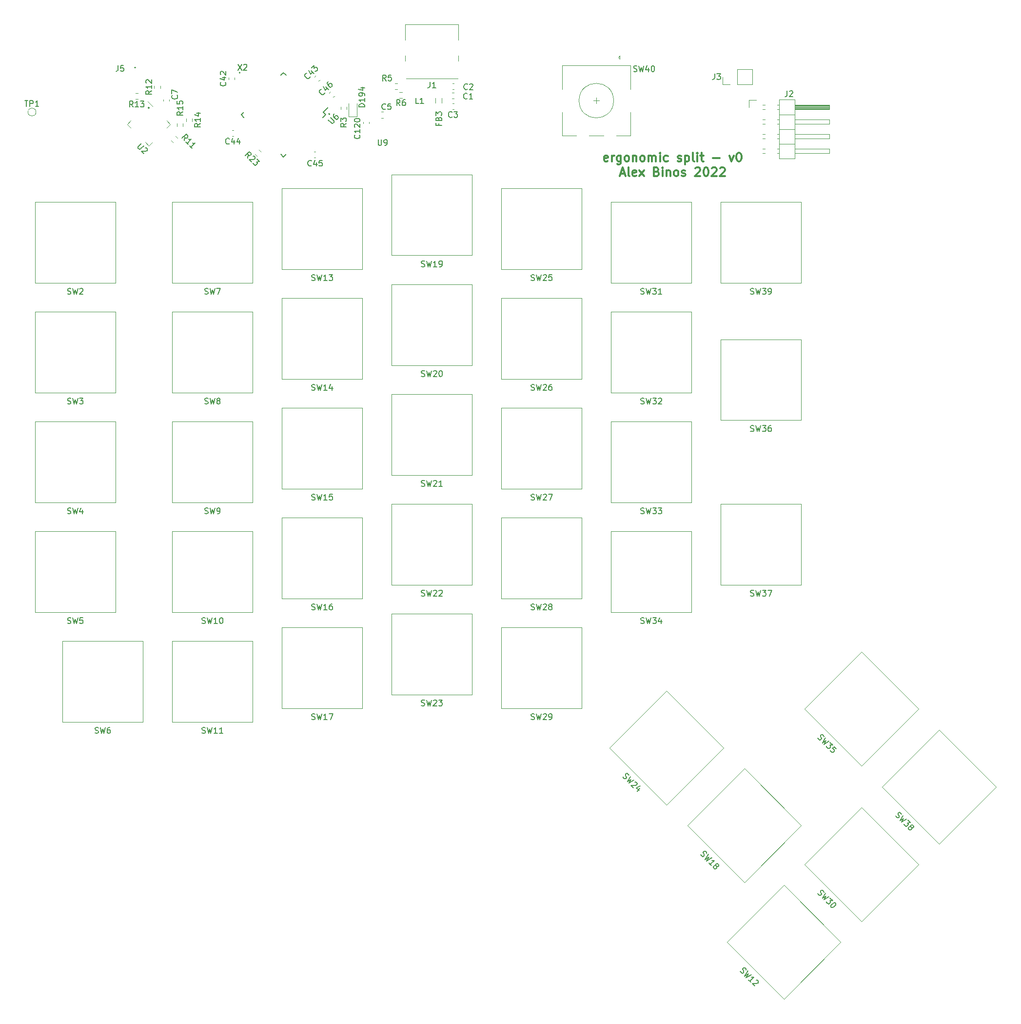
<source format=gbr>
%TF.GenerationSoftware,KiCad,Pcbnew,(5.1.8)-1*%
%TF.CreationDate,2022-07-09T15:07:12+10:00*%
%TF.ProjectId,ergonomic_split_left,6572676f-6e6f-46d6-9963-5f73706c6974,rev?*%
%TF.SameCoordinates,Original*%
%TF.FileFunction,Legend,Top*%
%TF.FilePolarity,Positive*%
%FSLAX46Y46*%
G04 Gerber Fmt 4.6, Leading zero omitted, Abs format (unit mm)*
G04 Created by KiCad (PCBNEW (5.1.8)-1) date 2022-07-09 15:07:12*
%MOMM*%
%LPD*%
G01*
G04 APERTURE LIST*
%ADD10C,0.200000*%
%ADD11C,0.300000*%
%ADD12C,0.150000*%
%ADD13C,0.120000*%
G04 APERTURE END LIST*
D10*
X122291780Y-59433460D02*
G75*
G03*
X122291780Y-59433460I-100000J0D01*
G01*
D11*
X186112925Y-74744742D02*
X185970068Y-74816171D01*
X185684354Y-74816171D01*
X185541497Y-74744742D01*
X185470068Y-74601885D01*
X185470068Y-74030457D01*
X185541497Y-73887600D01*
X185684354Y-73816171D01*
X185970068Y-73816171D01*
X186112925Y-73887600D01*
X186184354Y-74030457D01*
X186184354Y-74173314D01*
X185470068Y-74316171D01*
X186827211Y-74816171D02*
X186827211Y-73816171D01*
X186827211Y-74101885D02*
X186898640Y-73959028D01*
X186970068Y-73887600D01*
X187112925Y-73816171D01*
X187255782Y-73816171D01*
X188398640Y-73816171D02*
X188398640Y-75030457D01*
X188327211Y-75173314D01*
X188255782Y-75244742D01*
X188112925Y-75316171D01*
X187898640Y-75316171D01*
X187755782Y-75244742D01*
X188398640Y-74744742D02*
X188255782Y-74816171D01*
X187970068Y-74816171D01*
X187827211Y-74744742D01*
X187755782Y-74673314D01*
X187684354Y-74530457D01*
X187684354Y-74101885D01*
X187755782Y-73959028D01*
X187827211Y-73887600D01*
X187970068Y-73816171D01*
X188255782Y-73816171D01*
X188398640Y-73887600D01*
X189327211Y-74816171D02*
X189184354Y-74744742D01*
X189112925Y-74673314D01*
X189041497Y-74530457D01*
X189041497Y-74101885D01*
X189112925Y-73959028D01*
X189184354Y-73887600D01*
X189327211Y-73816171D01*
X189541497Y-73816171D01*
X189684354Y-73887600D01*
X189755782Y-73959028D01*
X189827211Y-74101885D01*
X189827211Y-74530457D01*
X189755782Y-74673314D01*
X189684354Y-74744742D01*
X189541497Y-74816171D01*
X189327211Y-74816171D01*
X190470068Y-73816171D02*
X190470068Y-74816171D01*
X190470068Y-73959028D02*
X190541497Y-73887600D01*
X190684354Y-73816171D01*
X190898640Y-73816171D01*
X191041497Y-73887600D01*
X191112925Y-74030457D01*
X191112925Y-74816171D01*
X192041497Y-74816171D02*
X191898640Y-74744742D01*
X191827211Y-74673314D01*
X191755782Y-74530457D01*
X191755782Y-74101885D01*
X191827211Y-73959028D01*
X191898640Y-73887600D01*
X192041497Y-73816171D01*
X192255782Y-73816171D01*
X192398640Y-73887600D01*
X192470068Y-73959028D01*
X192541497Y-74101885D01*
X192541497Y-74530457D01*
X192470068Y-74673314D01*
X192398640Y-74744742D01*
X192255782Y-74816171D01*
X192041497Y-74816171D01*
X193184354Y-74816171D02*
X193184354Y-73816171D01*
X193184354Y-73959028D02*
X193255782Y-73887600D01*
X193398640Y-73816171D01*
X193612925Y-73816171D01*
X193755782Y-73887600D01*
X193827211Y-74030457D01*
X193827211Y-74816171D01*
X193827211Y-74030457D02*
X193898640Y-73887600D01*
X194041497Y-73816171D01*
X194255782Y-73816171D01*
X194398640Y-73887600D01*
X194470068Y-74030457D01*
X194470068Y-74816171D01*
X195184354Y-74816171D02*
X195184354Y-73816171D01*
X195184354Y-73316171D02*
X195112925Y-73387600D01*
X195184354Y-73459028D01*
X195255782Y-73387600D01*
X195184354Y-73316171D01*
X195184354Y-73459028D01*
X196541497Y-74744742D02*
X196398640Y-74816171D01*
X196112925Y-74816171D01*
X195970068Y-74744742D01*
X195898640Y-74673314D01*
X195827211Y-74530457D01*
X195827211Y-74101885D01*
X195898640Y-73959028D01*
X195970068Y-73887600D01*
X196112925Y-73816171D01*
X196398640Y-73816171D01*
X196541497Y-73887600D01*
X198255782Y-74744742D02*
X198398640Y-74816171D01*
X198684354Y-74816171D01*
X198827211Y-74744742D01*
X198898640Y-74601885D01*
X198898640Y-74530457D01*
X198827211Y-74387600D01*
X198684354Y-74316171D01*
X198470068Y-74316171D01*
X198327211Y-74244742D01*
X198255782Y-74101885D01*
X198255782Y-74030457D01*
X198327211Y-73887600D01*
X198470068Y-73816171D01*
X198684354Y-73816171D01*
X198827211Y-73887600D01*
X199541497Y-73816171D02*
X199541497Y-75316171D01*
X199541497Y-73887600D02*
X199684354Y-73816171D01*
X199970068Y-73816171D01*
X200112925Y-73887600D01*
X200184354Y-73959028D01*
X200255782Y-74101885D01*
X200255782Y-74530457D01*
X200184354Y-74673314D01*
X200112925Y-74744742D01*
X199970068Y-74816171D01*
X199684354Y-74816171D01*
X199541497Y-74744742D01*
X201112925Y-74816171D02*
X200970068Y-74744742D01*
X200898640Y-74601885D01*
X200898640Y-73316171D01*
X201684354Y-74816171D02*
X201684354Y-73816171D01*
X201684354Y-73316171D02*
X201612925Y-73387600D01*
X201684354Y-73459028D01*
X201755782Y-73387600D01*
X201684354Y-73316171D01*
X201684354Y-73459028D01*
X202184354Y-73816171D02*
X202755782Y-73816171D01*
X202398640Y-73316171D02*
X202398640Y-74601885D01*
X202470068Y-74744742D01*
X202612925Y-74816171D01*
X202755782Y-74816171D01*
X204398640Y-74244742D02*
X205541497Y-74244742D01*
X207255782Y-73816171D02*
X207612925Y-74816171D01*
X207970068Y-73816171D01*
X208827211Y-73316171D02*
X208970068Y-73316171D01*
X209112925Y-73387600D01*
X209184354Y-73459028D01*
X209255782Y-73601885D01*
X209327211Y-73887600D01*
X209327211Y-74244742D01*
X209255782Y-74530457D01*
X209184354Y-74673314D01*
X209112925Y-74744742D01*
X208970068Y-74816171D01*
X208827211Y-74816171D01*
X208684354Y-74744742D01*
X208612925Y-74673314D01*
X208541497Y-74530457D01*
X208470068Y-74244742D01*
X208470068Y-73887600D01*
X208541497Y-73601885D01*
X208612925Y-73459028D01*
X208684354Y-73387600D01*
X208827211Y-73316171D01*
X188327211Y-76937600D02*
X189041497Y-76937600D01*
X188184354Y-77366171D02*
X188684354Y-75866171D01*
X189184354Y-77366171D01*
X189898640Y-77366171D02*
X189755782Y-77294742D01*
X189684354Y-77151885D01*
X189684354Y-75866171D01*
X191041497Y-77294742D02*
X190898640Y-77366171D01*
X190612925Y-77366171D01*
X190470068Y-77294742D01*
X190398640Y-77151885D01*
X190398640Y-76580457D01*
X190470068Y-76437600D01*
X190612925Y-76366171D01*
X190898640Y-76366171D01*
X191041497Y-76437600D01*
X191112925Y-76580457D01*
X191112925Y-76723314D01*
X190398640Y-76866171D01*
X191612925Y-77366171D02*
X192398640Y-76366171D01*
X191612925Y-76366171D02*
X192398640Y-77366171D01*
X194612925Y-76580457D02*
X194827211Y-76651885D01*
X194898640Y-76723314D01*
X194970068Y-76866171D01*
X194970068Y-77080457D01*
X194898640Y-77223314D01*
X194827211Y-77294742D01*
X194684354Y-77366171D01*
X194112925Y-77366171D01*
X194112925Y-75866171D01*
X194612925Y-75866171D01*
X194755782Y-75937600D01*
X194827211Y-76009028D01*
X194898640Y-76151885D01*
X194898640Y-76294742D01*
X194827211Y-76437600D01*
X194755782Y-76509028D01*
X194612925Y-76580457D01*
X194112925Y-76580457D01*
X195612925Y-77366171D02*
X195612925Y-76366171D01*
X195612925Y-75866171D02*
X195541497Y-75937600D01*
X195612925Y-76009028D01*
X195684354Y-75937600D01*
X195612925Y-75866171D01*
X195612925Y-76009028D01*
X196327211Y-76366171D02*
X196327211Y-77366171D01*
X196327211Y-76509028D02*
X196398640Y-76437600D01*
X196541497Y-76366171D01*
X196755782Y-76366171D01*
X196898640Y-76437600D01*
X196970068Y-76580457D01*
X196970068Y-77366171D01*
X197898640Y-77366171D02*
X197755782Y-77294742D01*
X197684354Y-77223314D01*
X197612925Y-77080457D01*
X197612925Y-76651885D01*
X197684354Y-76509028D01*
X197755782Y-76437600D01*
X197898640Y-76366171D01*
X198112925Y-76366171D01*
X198255782Y-76437600D01*
X198327211Y-76509028D01*
X198398640Y-76651885D01*
X198398640Y-77080457D01*
X198327211Y-77223314D01*
X198255782Y-77294742D01*
X198112925Y-77366171D01*
X197898640Y-77366171D01*
X198970068Y-77294742D02*
X199112925Y-77366171D01*
X199398640Y-77366171D01*
X199541497Y-77294742D01*
X199612925Y-77151885D01*
X199612925Y-77080457D01*
X199541497Y-76937600D01*
X199398640Y-76866171D01*
X199184354Y-76866171D01*
X199041497Y-76794742D01*
X198970068Y-76651885D01*
X198970068Y-76580457D01*
X199041497Y-76437600D01*
X199184354Y-76366171D01*
X199398640Y-76366171D01*
X199541497Y-76437600D01*
X201327211Y-76009028D02*
X201398640Y-75937600D01*
X201541497Y-75866171D01*
X201898640Y-75866171D01*
X202041497Y-75937600D01*
X202112925Y-76009028D01*
X202184354Y-76151885D01*
X202184354Y-76294742D01*
X202112925Y-76509028D01*
X201255782Y-77366171D01*
X202184354Y-77366171D01*
X203112925Y-75866171D02*
X203255782Y-75866171D01*
X203398640Y-75937600D01*
X203470068Y-76009028D01*
X203541497Y-76151885D01*
X203612925Y-76437600D01*
X203612925Y-76794742D01*
X203541497Y-77080457D01*
X203470068Y-77223314D01*
X203398640Y-77294742D01*
X203255782Y-77366171D01*
X203112925Y-77366171D01*
X202970068Y-77294742D01*
X202898640Y-77223314D01*
X202827211Y-77080457D01*
X202755782Y-76794742D01*
X202755782Y-76437600D01*
X202827211Y-76151885D01*
X202898640Y-76009028D01*
X202970068Y-75937600D01*
X203112925Y-75866171D01*
X204184354Y-76009028D02*
X204255782Y-75937600D01*
X204398640Y-75866171D01*
X204755782Y-75866171D01*
X204898640Y-75937600D01*
X204970068Y-76009028D01*
X205041497Y-76151885D01*
X205041497Y-76294742D01*
X204970068Y-76509028D01*
X204112925Y-77366171D01*
X205041497Y-77366171D01*
X205612925Y-76009028D02*
X205684354Y-75937600D01*
X205827211Y-75866171D01*
X206184354Y-75866171D01*
X206327211Y-75937600D01*
X206398640Y-76009028D01*
X206470068Y-76151885D01*
X206470068Y-76294742D01*
X206398640Y-76509028D01*
X205541497Y-77366171D01*
X206470068Y-77366171D01*
D10*
X106518380Y-65524380D02*
G75*
G03*
X106518380Y-65524380I-100000J0D01*
G01*
X137849280Y-66596260D02*
G75*
G03*
X137849280Y-66596260I-100000J0D01*
G01*
%TO.C,J5*%
X104138400Y-58540400D02*
G75*
G03*
X104138400Y-58540400I-100000J0D01*
G01*
D12*
%TO.C,U6*%
X137112555Y-66725800D02*
X136705969Y-66319214D01*
X129794000Y-74044355D02*
X129316703Y-73567058D01*
X122475445Y-66725800D02*
X122952742Y-67203097D01*
X129794000Y-59407245D02*
X130271297Y-59884542D01*
X137112555Y-66725800D02*
X136635258Y-67203097D01*
X129794000Y-59407245D02*
X129316703Y-59884542D01*
X122475445Y-66725800D02*
X122952742Y-66248503D01*
X129794000Y-74044355D02*
X130271297Y-73567058D01*
X136705969Y-66319214D02*
X137607530Y-65417652D01*
D13*
%TO.C,SW40*%
X187137930Y-64269000D02*
G75*
G03*
X187137930Y-64269000I-3000000J0D01*
G01*
X190037930Y-66269000D02*
X190037930Y-70369000D01*
X178237930Y-70369000D02*
X178237930Y-66269000D01*
X178237930Y-62269000D02*
X178237930Y-58169000D01*
X190037930Y-62269000D02*
X190037930Y-58169000D01*
X190037930Y-58169000D02*
X178237930Y-58169000D01*
X187937930Y-56769000D02*
X188237930Y-56469000D01*
X188237930Y-56469000D02*
X188237930Y-57069000D01*
X188237930Y-57069000D02*
X187937930Y-56769000D01*
X190037930Y-70369000D02*
X187637930Y-70369000D01*
X185437930Y-70369000D02*
X182837930Y-70369000D01*
X180637930Y-70369000D02*
X178237930Y-70369000D01*
X184637930Y-64269000D02*
X183637930Y-64269000D01*
X184137930Y-63769000D02*
X184137930Y-64769000D01*
%TO.C,R5*%
X149152342Y-61257920D02*
X149626858Y-61257920D01*
X149152342Y-62302920D02*
X149626858Y-62302920D01*
%TO.C,R6*%
X149965142Y-63832000D02*
X150439658Y-63832000D01*
X149965142Y-62787000D02*
X150439658Y-62787000D01*
%TO.C,J2*%
X210661250Y-64135000D02*
X211931250Y-64135000D01*
X210661250Y-65405000D02*
X210661250Y-64135000D01*
X212974179Y-73405000D02*
X213428321Y-73405000D01*
X212974179Y-72645000D02*
X213428321Y-72645000D01*
X215514179Y-73405000D02*
X215911250Y-73405000D01*
X215514179Y-72645000D02*
X215911250Y-72645000D01*
X224571250Y-73405000D02*
X218571250Y-73405000D01*
X224571250Y-72645000D02*
X224571250Y-73405000D01*
X218571250Y-72645000D02*
X224571250Y-72645000D01*
X215911250Y-71755000D02*
X218571250Y-71755000D01*
X212974179Y-70865000D02*
X213428321Y-70865000D01*
X212974179Y-70105000D02*
X213428321Y-70105000D01*
X215514179Y-70865000D02*
X215911250Y-70865000D01*
X215514179Y-70105000D02*
X215911250Y-70105000D01*
X224571250Y-70865000D02*
X218571250Y-70865000D01*
X224571250Y-70105000D02*
X224571250Y-70865000D01*
X218571250Y-70105000D02*
X224571250Y-70105000D01*
X215911250Y-69215000D02*
X218571250Y-69215000D01*
X212974179Y-68325000D02*
X213428321Y-68325000D01*
X212974179Y-67565000D02*
X213428321Y-67565000D01*
X215514179Y-68325000D02*
X215911250Y-68325000D01*
X215514179Y-67565000D02*
X215911250Y-67565000D01*
X224571250Y-68325000D02*
X218571250Y-68325000D01*
X224571250Y-67565000D02*
X224571250Y-68325000D01*
X218571250Y-67565000D02*
X224571250Y-67565000D01*
X215911250Y-66675000D02*
X218571250Y-66675000D01*
X213041250Y-65785000D02*
X213428321Y-65785000D01*
X213041250Y-65025000D02*
X213428321Y-65025000D01*
X215514179Y-65785000D02*
X215911250Y-65785000D01*
X215514179Y-65025000D02*
X215911250Y-65025000D01*
X218571250Y-65685000D02*
X224571250Y-65685000D01*
X218571250Y-65565000D02*
X224571250Y-65565000D01*
X218571250Y-65445000D02*
X224571250Y-65445000D01*
X218571250Y-65325000D02*
X224571250Y-65325000D01*
X218571250Y-65205000D02*
X224571250Y-65205000D01*
X218571250Y-65085000D02*
X224571250Y-65085000D01*
X224571250Y-65785000D02*
X218571250Y-65785000D01*
X224571250Y-65025000D02*
X224571250Y-65785000D01*
X218571250Y-65025000D02*
X224571250Y-65025000D01*
X218571250Y-64075000D02*
X215911250Y-64075000D01*
X218571250Y-74355000D02*
X218571250Y-64075000D01*
X215911250Y-74355000D02*
X218571250Y-74355000D01*
X215911250Y-64075000D02*
X215911250Y-74355000D01*
%TO.C,J3*%
X211222900Y-61477200D02*
X211222900Y-58817200D01*
X208622900Y-61477200D02*
X211222900Y-61477200D01*
X208622900Y-58817200D02*
X211222900Y-58817200D01*
X208622900Y-61477200D02*
X208622900Y-58817200D01*
X207352900Y-61477200D02*
X206022900Y-61477200D01*
X206022900Y-61477200D02*
X206022900Y-60147200D01*
%TO.C,SW6*%
X105421260Y-172096310D02*
X105421260Y-158096310D01*
X91421260Y-172096310D02*
X91421260Y-158096310D01*
X105421260Y-172096310D02*
X91421260Y-172096310D01*
X91421260Y-158096310D02*
X105421260Y-158096310D01*
%TO.C,C7*%
X109953520Y-64336540D02*
X109953520Y-64055380D01*
X108933520Y-64336540D02*
X108933520Y-64055380D01*
%TO.C,R15*%
X111313700Y-68264502D02*
X111313700Y-68739018D01*
X112358700Y-68264502D02*
X112358700Y-68739018D01*
%TO.C,R14*%
X112908820Y-67375502D02*
X112908820Y-67850018D01*
X113953820Y-67375502D02*
X113953820Y-67850018D01*
%TO.C,U2*%
X107062006Y-65252440D02*
X106213478Y-64403912D01*
X102677944Y-68363710D02*
X103314340Y-67727314D01*
X103314340Y-69000106D02*
X102677944Y-68363710D01*
X106425610Y-72111376D02*
X107062006Y-71474980D01*
X105789214Y-71474980D02*
X106425610Y-72111376D01*
X110173276Y-68363710D02*
X109536880Y-69000106D01*
X109536880Y-67727314D02*
X110173276Y-68363710D01*
%TO.C,R13*%
X104567258Y-64012340D02*
X104092742Y-64012340D01*
X104567258Y-62967340D02*
X104092742Y-62967340D01*
%TO.C,R12*%
X108421700Y-62150258D02*
X108421700Y-61675742D01*
X107376700Y-62150258D02*
X107376700Y-61675742D01*
%TO.C,R11*%
X110332933Y-71193860D02*
X110668466Y-71529393D01*
X111071860Y-70454933D02*
X111407393Y-70790466D01*
%TO.C,SW37*%
X205721260Y-148283810D02*
X205721260Y-134283810D01*
X219721260Y-148283810D02*
X219721260Y-134283810D01*
X219722460Y-148284960D02*
X205722460Y-148284960D01*
X219722460Y-134284960D02*
X205722460Y-134284960D01*
%TO.C,SW36*%
X205721260Y-119708810D02*
X205721260Y-105708810D01*
X219721260Y-119708810D02*
X219721260Y-105708810D01*
X219722460Y-119709960D02*
X205722460Y-119709960D01*
X219722460Y-105709960D02*
X205722460Y-105709960D01*
%TO.C,SW24*%
X186438695Y-176592448D02*
X196338190Y-166692953D01*
X206237685Y-176592448D02*
X196338190Y-186491943D01*
X196338155Y-186490281D02*
X186438660Y-176590786D01*
X196338155Y-166691291D02*
X206237650Y-176590786D01*
%TO.C,SW18*%
X199932445Y-190086198D02*
X209831940Y-180186703D01*
X219731435Y-190086198D02*
X209831940Y-199985693D01*
X209831905Y-199984031D02*
X199932410Y-190084536D01*
X209831905Y-180185041D02*
X219731400Y-190084536D01*
%TO.C,SW5*%
X86659960Y-153047460D02*
X86659960Y-139047460D01*
X100659960Y-153047460D02*
X86659960Y-153047460D01*
X100659960Y-153047460D02*
X100659960Y-139047460D01*
X86659960Y-139047460D02*
X100659960Y-139047460D01*
%TO.C,SW4*%
X100658760Y-133996310D02*
X86658760Y-133996310D01*
X86658760Y-133996310D02*
X86658760Y-119996310D01*
X100658760Y-133996310D02*
X100658760Y-119996310D01*
X86659960Y-119997460D02*
X100659960Y-119997460D01*
%TO.C,SW3*%
X86659960Y-114947460D02*
X86659960Y-100947460D01*
X100659960Y-114947460D02*
X86659960Y-114947460D01*
X100659960Y-114947460D02*
X100659960Y-100947460D01*
X86659960Y-100947460D02*
X100659960Y-100947460D01*
%TO.C,SW2*%
X100658760Y-95896310D02*
X86658760Y-95896310D01*
X86658760Y-95896310D02*
X86658760Y-81896310D01*
X100658760Y-95896310D02*
X100658760Y-81896310D01*
X86659960Y-81897460D02*
X100659960Y-81897460D01*
%TO.C,SW39*%
X219721260Y-95896310D02*
X219721260Y-81896310D01*
X205721260Y-95896310D02*
X205721260Y-81896310D01*
X219721260Y-95896310D02*
X205721260Y-95896310D01*
X205721260Y-81896310D02*
X219721260Y-81896310D01*
%TO.C,SW38*%
X243681215Y-193250491D02*
X253580710Y-183350996D01*
X233781720Y-183350996D02*
X243681215Y-173451501D01*
X243681215Y-193250491D02*
X233781720Y-183350996D01*
X243681215Y-173451501D02*
X253580710Y-183350996D01*
%TO.C,SW35*%
X230187465Y-179756741D02*
X240086960Y-169857246D01*
X220287970Y-169857246D02*
X230187465Y-159957751D01*
X230187465Y-179756741D02*
X220287970Y-169857246D01*
X230187465Y-159957751D02*
X240086960Y-169857246D01*
%TO.C,SW34*%
X200671260Y-153046310D02*
X200671260Y-139046310D01*
X186671260Y-153046310D02*
X186671260Y-139046310D01*
X200671260Y-153046310D02*
X186671260Y-153046310D01*
X186671260Y-139046310D02*
X200671260Y-139046310D01*
%TO.C,SW33*%
X200671260Y-133996310D02*
X200671260Y-119996310D01*
X186671260Y-133996310D02*
X186671260Y-119996310D01*
X200671260Y-133996310D02*
X186671260Y-133996310D01*
X186671260Y-119996310D02*
X200671260Y-119996310D01*
%TO.C,SW32*%
X200671260Y-114946310D02*
X200671260Y-100946310D01*
X186671260Y-114946310D02*
X186671260Y-100946310D01*
X200671260Y-114946310D02*
X186671260Y-114946310D01*
X186671260Y-100946310D02*
X200671260Y-100946310D01*
%TO.C,SW31*%
X200667520Y-95892620D02*
X200667520Y-81892620D01*
X186667520Y-95892620D02*
X186667520Y-81892620D01*
X200667520Y-95892620D02*
X186667520Y-95892620D01*
X186667520Y-81892620D02*
X200667520Y-81892620D01*
%TO.C,SW30*%
X230187430Y-206738987D02*
X240086925Y-196839492D01*
X220287935Y-196839492D02*
X230187430Y-186939997D01*
X230187430Y-206738987D02*
X220287935Y-196839492D01*
X230187430Y-186939997D02*
X240086925Y-196839492D01*
%TO.C,SW29*%
X181621260Y-169715060D02*
X181621260Y-155715060D01*
X167621260Y-169715060D02*
X167621260Y-155715060D01*
X181621260Y-169715060D02*
X167621260Y-169715060D01*
X167621260Y-155715060D02*
X181621260Y-155715060D01*
%TO.C,SW28*%
X181621260Y-150665060D02*
X181621260Y-136665060D01*
X167621260Y-150665060D02*
X167621260Y-136665060D01*
X181621260Y-150665060D02*
X167621260Y-150665060D01*
X167621260Y-136665060D02*
X181621260Y-136665060D01*
%TO.C,SW27*%
X181621260Y-131615060D02*
X181621260Y-117615060D01*
X167621260Y-131615060D02*
X167621260Y-117615060D01*
X181621260Y-131615060D02*
X167621260Y-131615060D01*
X167621260Y-117615060D02*
X181621260Y-117615060D01*
%TO.C,SW26*%
X181621260Y-112565060D02*
X181621260Y-98565060D01*
X167621260Y-112565060D02*
X167621260Y-98565060D01*
X181621260Y-112565060D02*
X167621260Y-112565060D01*
X167621260Y-98565060D02*
X181621260Y-98565060D01*
%TO.C,SW25*%
X181621260Y-93515060D02*
X181621260Y-79515060D01*
X167621260Y-93515060D02*
X167621260Y-79515060D01*
X181621260Y-93515060D02*
X167621260Y-93515060D01*
X167621260Y-79515060D02*
X181621260Y-79515060D01*
%TO.C,SW23*%
X162567520Y-167333810D02*
X162567520Y-153333810D01*
X148567520Y-167333810D02*
X148567520Y-153333810D01*
X162567520Y-167333810D02*
X148567520Y-167333810D01*
X148567520Y-153333810D02*
X162567520Y-153333810D01*
%TO.C,SW22*%
X162571260Y-148283810D02*
X162571260Y-134283810D01*
X148571260Y-148283810D02*
X148571260Y-134283810D01*
X162571260Y-148283810D02*
X148571260Y-148283810D01*
X148571260Y-134283810D02*
X162571260Y-134283810D01*
%TO.C,SW21*%
X162571260Y-129233810D02*
X162571260Y-115233810D01*
X148571260Y-129233810D02*
X148571260Y-115233810D01*
X162571260Y-129233810D02*
X148571260Y-129233810D01*
X148571260Y-115233810D02*
X162571260Y-115233810D01*
%TO.C,SW20*%
X162571260Y-110183810D02*
X162571260Y-96183810D01*
X148571260Y-110183810D02*
X148571260Y-96183810D01*
X162571260Y-110183810D02*
X148571260Y-110183810D01*
X148571260Y-96183810D02*
X162571260Y-96183810D01*
%TO.C,SW19*%
X162571260Y-91130120D02*
X162571260Y-77130120D01*
X148571260Y-91130120D02*
X148571260Y-77130120D01*
X162571260Y-91130120D02*
X148571260Y-91130120D01*
X148571260Y-77130120D02*
X162571260Y-77130120D01*
%TO.C,SW17*%
X143521260Y-169715060D02*
X143521260Y-155715060D01*
X129521260Y-169715060D02*
X129521260Y-155715060D01*
X143521260Y-169715060D02*
X129521260Y-169715060D01*
X129521260Y-155715060D02*
X143521260Y-155715060D01*
%TO.C,SW16*%
X143521260Y-150665060D02*
X143521260Y-136665060D01*
X129521260Y-150665060D02*
X129521260Y-136665060D01*
X143521260Y-150665060D02*
X129521260Y-150665060D01*
X129521260Y-136665060D02*
X143521260Y-136665060D01*
%TO.C,SW15*%
X143521260Y-131615060D02*
X143521260Y-117615060D01*
X129521260Y-131615060D02*
X129521260Y-117615060D01*
X143521260Y-131615060D02*
X129521260Y-131615060D01*
X129521260Y-117615060D02*
X143521260Y-117615060D01*
%TO.C,SW14*%
X143517520Y-112561370D02*
X143517520Y-98561370D01*
X129517520Y-112561370D02*
X129517520Y-98561370D01*
X143517520Y-112561370D02*
X129517520Y-112561370D01*
X129517520Y-98561370D02*
X143517520Y-98561370D01*
%TO.C,SW13*%
X143521260Y-93515060D02*
X143521260Y-79515060D01*
X129521260Y-93515060D02*
X129521260Y-79515060D01*
X143521260Y-93515060D02*
X129521260Y-93515060D01*
X129521260Y-79515060D02*
X143521260Y-79515060D01*
%TO.C,SW12*%
X216693680Y-220232737D02*
X226593175Y-210333242D01*
X206794185Y-210333242D02*
X216693680Y-200433747D01*
X216693680Y-220232737D02*
X206794185Y-210333242D01*
X216693680Y-200433747D02*
X226593175Y-210333242D01*
%TO.C,SW11*%
X124471260Y-172096310D02*
X124471260Y-158096310D01*
X110471260Y-172096310D02*
X110471260Y-158096310D01*
X124471260Y-172096310D02*
X110471260Y-172096310D01*
X110471260Y-158096310D02*
X124471260Y-158096310D01*
%TO.C,SW10*%
X124471260Y-153046310D02*
X124471260Y-139046310D01*
X110471260Y-153046310D02*
X110471260Y-139046310D01*
X124471260Y-153046310D02*
X110471260Y-153046310D01*
X110471260Y-139046310D02*
X124471260Y-139046310D01*
%TO.C,SW9*%
X124471260Y-133996310D02*
X124471260Y-119996310D01*
X110471260Y-133996310D02*
X110471260Y-119996310D01*
X124471260Y-133996310D02*
X110471260Y-133996310D01*
X110471260Y-119996310D02*
X124471260Y-119996310D01*
%TO.C,SW8*%
X124471260Y-114946310D02*
X124471260Y-100946310D01*
X110471260Y-114946310D02*
X110471260Y-100946310D01*
X124471260Y-114946310D02*
X110471260Y-114946310D01*
X110471260Y-100946310D02*
X124471260Y-100946310D01*
%TO.C,SW7*%
X124471260Y-95896310D02*
X124471260Y-81896310D01*
X110471260Y-95896310D02*
X110471260Y-81896310D01*
X124471260Y-95896310D02*
X110471260Y-95896310D01*
X110471260Y-81896310D02*
X124471260Y-81896310D01*
%TO.C,C120*%
X144718500Y-68263080D02*
X144718500Y-67981920D01*
X143698500Y-68263080D02*
X143698500Y-67981920D01*
%TO.C,C5*%
X147104980Y-66241200D02*
X146823820Y-66241200D01*
X147104980Y-67261200D02*
X146823820Y-67261200D01*
%TO.C,C1*%
X159112640Y-63893160D02*
X159393800Y-63893160D01*
X159112640Y-62873160D02*
X159393800Y-62873160D01*
%TO.C,C2*%
X159115180Y-61272960D02*
X159396340Y-61272960D01*
X159115180Y-62292960D02*
X159396340Y-62292960D01*
%TO.C,C3*%
X159170460Y-65782920D02*
X159451620Y-65782920D01*
X159170460Y-64762920D02*
X159451620Y-64762920D01*
%TO.C,C42*%
X120292400Y-60592580D02*
X120292400Y-60311420D01*
X121312400Y-60592580D02*
X121312400Y-60311420D01*
%TO.C,C43*%
X135165178Y-60150773D02*
X135363989Y-59951962D01*
X135886427Y-60872022D02*
X136085238Y-60673211D01*
%TO.C,C44*%
X121171280Y-70431120D02*
X120890120Y-70431120D01*
X121171280Y-69411120D02*
X120890120Y-69411120D01*
%TO.C,C45*%
X135089020Y-74170000D02*
X135370180Y-74170000D01*
X135089020Y-73150000D02*
X135370180Y-73150000D01*
%TO.C,C46*%
X138426427Y-63666022D02*
X138625238Y-63467211D01*
X137705178Y-62944773D02*
X137903989Y-62745962D01*
%TO.C,D194*%
X141085900Y-64775080D02*
X141085900Y-67060080D01*
X141085900Y-67060080D02*
X142555900Y-67060080D01*
X142555900Y-67060080D02*
X142555900Y-64775080D01*
%TO.C,FB3*%
X156191020Y-64647162D02*
X156191020Y-63847918D01*
X157311020Y-64647162D02*
X157311020Y-63847918D01*
%TO.C,J1*%
X160166800Y-51061600D02*
X150976800Y-51061600D01*
X160046800Y-60471600D02*
X151096800Y-60471600D01*
X150976800Y-53791600D02*
X150976800Y-51061600D01*
X160166800Y-53791600D02*
X160166800Y-51061600D01*
X150976800Y-57391600D02*
X150976800Y-56491600D01*
X160166800Y-57391600D02*
X160166800Y-56491600D01*
%TO.C,R3*%
X139749000Y-65339962D02*
X139749000Y-65814478D01*
X140794000Y-65339962D02*
X140794000Y-65814478D01*
%TO.C,R23*%
X125912467Y-73154340D02*
X125576934Y-72818807D01*
X125173540Y-73893267D02*
X124838007Y-73557734D01*
%TO.C,TP1*%
X86844100Y-66255900D02*
G75*
G03*
X86844100Y-66255900I-700000J0D01*
G01*
%TO.C,J5*%
D12*
X101088866Y-58172100D02*
X101088866Y-58886386D01*
X101041247Y-59029243D01*
X100946009Y-59124481D01*
X100803152Y-59172100D01*
X100707914Y-59172100D01*
X102041247Y-58172100D02*
X101565057Y-58172100D01*
X101517438Y-58648291D01*
X101565057Y-58600672D01*
X101660295Y-58553053D01*
X101898390Y-58553053D01*
X101993628Y-58600672D01*
X102041247Y-58648291D01*
X102088866Y-58743529D01*
X102088866Y-58981624D01*
X102041247Y-59076862D01*
X101993628Y-59124481D01*
X101898390Y-59172100D01*
X101660295Y-59172100D01*
X101565057Y-59124481D01*
X101517438Y-59076862D01*
%TO.C,U6*%
X137605626Y-67613922D02*
X138178046Y-68186342D01*
X138279061Y-68220014D01*
X138346405Y-68220014D01*
X138447420Y-68186342D01*
X138582107Y-68051655D01*
X138615779Y-67950640D01*
X138615779Y-67883296D01*
X138582107Y-67782281D01*
X138009687Y-67209861D01*
X138649451Y-66570098D02*
X138514764Y-66704785D01*
X138481092Y-66805800D01*
X138481092Y-66873144D01*
X138514764Y-67041503D01*
X138615779Y-67209861D01*
X138885153Y-67479235D01*
X138986168Y-67512907D01*
X139053512Y-67512907D01*
X139154527Y-67479235D01*
X139289214Y-67344548D01*
X139322886Y-67243533D01*
X139322886Y-67176190D01*
X139289214Y-67075174D01*
X139120855Y-66906816D01*
X139019840Y-66873144D01*
X138952496Y-66873144D01*
X138851481Y-66906816D01*
X138716794Y-67041503D01*
X138683122Y-67142518D01*
X138683122Y-67209861D01*
X138716794Y-67310877D01*
%TO.C,SW40*%
X190620876Y-59180361D02*
X190763733Y-59227980D01*
X191001828Y-59227980D01*
X191097066Y-59180361D01*
X191144685Y-59132742D01*
X191192304Y-59037504D01*
X191192304Y-58942266D01*
X191144685Y-58847028D01*
X191097066Y-58799409D01*
X191001828Y-58751790D01*
X190811352Y-58704171D01*
X190716114Y-58656552D01*
X190668495Y-58608933D01*
X190620876Y-58513695D01*
X190620876Y-58418457D01*
X190668495Y-58323219D01*
X190716114Y-58275600D01*
X190811352Y-58227980D01*
X191049447Y-58227980D01*
X191192304Y-58275600D01*
X191525638Y-58227980D02*
X191763733Y-59227980D01*
X191954209Y-58513695D01*
X192144685Y-59227980D01*
X192382780Y-58227980D01*
X193192304Y-58561314D02*
X193192304Y-59227980D01*
X192954209Y-58180361D02*
X192716114Y-58894647D01*
X193335161Y-58894647D01*
X193906590Y-58227980D02*
X194001828Y-58227980D01*
X194097066Y-58275600D01*
X194144685Y-58323219D01*
X194192304Y-58418457D01*
X194239923Y-58608933D01*
X194239923Y-58847028D01*
X194192304Y-59037504D01*
X194144685Y-59132742D01*
X194097066Y-59180361D01*
X194001828Y-59227980D01*
X193906590Y-59227980D01*
X193811352Y-59180361D01*
X193763733Y-59132742D01*
X193716114Y-59037504D01*
X193668495Y-58847028D01*
X193668495Y-58608933D01*
X193716114Y-58418457D01*
X193763733Y-58323219D01*
X193811352Y-58275600D01*
X193906590Y-58227980D01*
%TO.C,R5*%
X147610533Y-60828180D02*
X147277200Y-60351990D01*
X147039104Y-60828180D02*
X147039104Y-59828180D01*
X147420057Y-59828180D01*
X147515295Y-59875800D01*
X147562914Y-59923419D01*
X147610533Y-60018657D01*
X147610533Y-60161514D01*
X147562914Y-60256752D01*
X147515295Y-60304371D01*
X147420057Y-60351990D01*
X147039104Y-60351990D01*
X148515295Y-59828180D02*
X148039104Y-59828180D01*
X147991485Y-60304371D01*
X148039104Y-60256752D01*
X148134342Y-60209133D01*
X148372438Y-60209133D01*
X148467676Y-60256752D01*
X148515295Y-60304371D01*
X148562914Y-60399609D01*
X148562914Y-60637704D01*
X148515295Y-60732942D01*
X148467676Y-60780561D01*
X148372438Y-60828180D01*
X148134342Y-60828180D01*
X148039104Y-60780561D01*
X147991485Y-60732942D01*
%TO.C,L1*%
X153274733Y-64790580D02*
X152798542Y-64790580D01*
X152798542Y-63790580D01*
X154131876Y-64790580D02*
X153560447Y-64790580D01*
X153846161Y-64790580D02*
X153846161Y-63790580D01*
X153750923Y-63933438D01*
X153655685Y-64028676D01*
X153560447Y-64076295D01*
%TO.C,R6*%
X150048933Y-65120780D02*
X149715600Y-64644590D01*
X149477504Y-65120780D02*
X149477504Y-64120780D01*
X149858457Y-64120780D01*
X149953695Y-64168400D01*
X150001314Y-64216019D01*
X150048933Y-64311257D01*
X150048933Y-64454114D01*
X150001314Y-64549352D01*
X149953695Y-64596971D01*
X149858457Y-64644590D01*
X149477504Y-64644590D01*
X150906076Y-64120780D02*
X150715600Y-64120780D01*
X150620361Y-64168400D01*
X150572742Y-64216019D01*
X150477504Y-64358876D01*
X150429885Y-64549352D01*
X150429885Y-64930304D01*
X150477504Y-65025542D01*
X150525123Y-65073161D01*
X150620361Y-65120780D01*
X150810838Y-65120780D01*
X150906076Y-65073161D01*
X150953695Y-65025542D01*
X151001314Y-64930304D01*
X151001314Y-64692209D01*
X150953695Y-64596971D01*
X150906076Y-64549352D01*
X150810838Y-64501733D01*
X150620361Y-64501733D01*
X150525123Y-64549352D01*
X150477504Y-64596971D01*
X150429885Y-64692209D01*
%TO.C,J2*%
X217252916Y-62587380D02*
X217252916Y-63301666D01*
X217205297Y-63444523D01*
X217110059Y-63539761D01*
X216967202Y-63587380D01*
X216871964Y-63587380D01*
X217681488Y-62682619D02*
X217729107Y-62635000D01*
X217824345Y-62587380D01*
X218062440Y-62587380D01*
X218157678Y-62635000D01*
X218205297Y-62682619D01*
X218252916Y-62777857D01*
X218252916Y-62873095D01*
X218205297Y-63015952D01*
X217633869Y-63587380D01*
X218252916Y-63587380D01*
%TO.C,J3*%
X204689566Y-59599580D02*
X204689566Y-60313866D01*
X204641947Y-60456723D01*
X204546709Y-60551961D01*
X204403852Y-60599580D01*
X204308614Y-60599580D01*
X205070519Y-59599580D02*
X205689566Y-59599580D01*
X205356233Y-59980533D01*
X205499090Y-59980533D01*
X205594328Y-60028152D01*
X205641947Y-60075771D01*
X205689566Y-60171009D01*
X205689566Y-60409104D01*
X205641947Y-60504342D01*
X205594328Y-60551961D01*
X205499090Y-60599580D01*
X205213376Y-60599580D01*
X205118138Y-60551961D01*
X205070519Y-60504342D01*
%TO.C,SW6*%
X97091666Y-174011221D02*
X97234523Y-174058840D01*
X97472619Y-174058840D01*
X97567857Y-174011221D01*
X97615476Y-173963602D01*
X97663095Y-173868364D01*
X97663095Y-173773126D01*
X97615476Y-173677888D01*
X97567857Y-173630269D01*
X97472619Y-173582650D01*
X97282142Y-173535031D01*
X97186904Y-173487412D01*
X97139285Y-173439793D01*
X97091666Y-173344555D01*
X97091666Y-173249317D01*
X97139285Y-173154079D01*
X97186904Y-173106460D01*
X97282142Y-173058840D01*
X97520238Y-173058840D01*
X97663095Y-173106460D01*
X97996428Y-173058840D02*
X98234523Y-174058840D01*
X98425000Y-173344555D01*
X98615476Y-174058840D01*
X98853571Y-173058840D01*
X99663095Y-173058840D02*
X99472619Y-173058840D01*
X99377380Y-173106460D01*
X99329761Y-173154079D01*
X99234523Y-173296936D01*
X99186904Y-173487412D01*
X99186904Y-173868364D01*
X99234523Y-173963602D01*
X99282142Y-174011221D01*
X99377380Y-174058840D01*
X99567857Y-174058840D01*
X99663095Y-174011221D01*
X99710714Y-173963602D01*
X99758333Y-173868364D01*
X99758333Y-173630269D01*
X99710714Y-173535031D01*
X99663095Y-173487412D01*
X99567857Y-173439793D01*
X99377380Y-173439793D01*
X99282142Y-173487412D01*
X99234523Y-173535031D01*
X99186904Y-173630269D01*
%TO.C,C7*%
X111329742Y-63361866D02*
X111377361Y-63409485D01*
X111424980Y-63552342D01*
X111424980Y-63647580D01*
X111377361Y-63790438D01*
X111282123Y-63885676D01*
X111186885Y-63933295D01*
X110996409Y-63980914D01*
X110853552Y-63980914D01*
X110663076Y-63933295D01*
X110567838Y-63885676D01*
X110472600Y-63790438D01*
X110424980Y-63647580D01*
X110424980Y-63552342D01*
X110472600Y-63409485D01*
X110520219Y-63361866D01*
X110424980Y-63028533D02*
X110424980Y-62361866D01*
X111424980Y-62790438D01*
%TO.C,R15*%
X112339380Y-66200257D02*
X111863190Y-66533590D01*
X112339380Y-66771685D02*
X111339380Y-66771685D01*
X111339380Y-66390733D01*
X111387000Y-66295495D01*
X111434619Y-66247876D01*
X111529857Y-66200257D01*
X111672714Y-66200257D01*
X111767952Y-66247876D01*
X111815571Y-66295495D01*
X111863190Y-66390733D01*
X111863190Y-66771685D01*
X112339380Y-65247876D02*
X112339380Y-65819304D01*
X112339380Y-65533590D02*
X111339380Y-65533590D01*
X111482238Y-65628828D01*
X111577476Y-65724066D01*
X111625095Y-65819304D01*
X111339380Y-64343114D02*
X111339380Y-64819304D01*
X111815571Y-64866923D01*
X111767952Y-64819304D01*
X111720333Y-64724066D01*
X111720333Y-64485971D01*
X111767952Y-64390733D01*
X111815571Y-64343114D01*
X111910809Y-64295495D01*
X112148904Y-64295495D01*
X112244142Y-64343114D01*
X112291761Y-64390733D01*
X112339380Y-64485971D01*
X112339380Y-64724066D01*
X112291761Y-64819304D01*
X112244142Y-64866923D01*
%TO.C,R14*%
X115387380Y-68255617D02*
X114911190Y-68588950D01*
X115387380Y-68827045D02*
X114387380Y-68827045D01*
X114387380Y-68446093D01*
X114435000Y-68350855D01*
X114482619Y-68303236D01*
X114577857Y-68255617D01*
X114720714Y-68255617D01*
X114815952Y-68303236D01*
X114863571Y-68350855D01*
X114911190Y-68446093D01*
X114911190Y-68827045D01*
X115387380Y-67303236D02*
X115387380Y-67874664D01*
X115387380Y-67588950D02*
X114387380Y-67588950D01*
X114530238Y-67684188D01*
X114625476Y-67779426D01*
X114673095Y-67874664D01*
X114720714Y-66446093D02*
X115387380Y-66446093D01*
X114339761Y-66684188D02*
X115054047Y-66922283D01*
X115054047Y-66303236D01*
%TO.C,U2*%
X105156877Y-71692626D02*
X104584457Y-72265046D01*
X104550785Y-72366061D01*
X104550785Y-72433405D01*
X104584457Y-72534420D01*
X104719144Y-72669107D01*
X104820159Y-72702779D01*
X104887503Y-72702779D01*
X104988518Y-72669107D01*
X105560938Y-72096687D01*
X105796640Y-72467077D02*
X105863983Y-72467077D01*
X105964999Y-72500748D01*
X106133357Y-72669107D01*
X106167029Y-72770122D01*
X106167029Y-72837466D01*
X106133357Y-72938481D01*
X106066014Y-73005825D01*
X105931327Y-73073168D01*
X105123205Y-73073168D01*
X105560938Y-73510901D01*
%TO.C,R13*%
X103687142Y-65372220D02*
X103353809Y-64896030D01*
X103115714Y-65372220D02*
X103115714Y-64372220D01*
X103496666Y-64372220D01*
X103591904Y-64419840D01*
X103639523Y-64467459D01*
X103687142Y-64562697D01*
X103687142Y-64705554D01*
X103639523Y-64800792D01*
X103591904Y-64848411D01*
X103496666Y-64896030D01*
X103115714Y-64896030D01*
X104639523Y-65372220D02*
X104068095Y-65372220D01*
X104353809Y-65372220D02*
X104353809Y-64372220D01*
X104258571Y-64515078D01*
X104163333Y-64610316D01*
X104068095Y-64657935D01*
X104972857Y-64372220D02*
X105591904Y-64372220D01*
X105258571Y-64753173D01*
X105401428Y-64753173D01*
X105496666Y-64800792D01*
X105544285Y-64848411D01*
X105591904Y-64943649D01*
X105591904Y-65181744D01*
X105544285Y-65276982D01*
X105496666Y-65324601D01*
X105401428Y-65372220D01*
X105115714Y-65372220D01*
X105020476Y-65324601D01*
X104972857Y-65276982D01*
%TO.C,R12*%
X106921580Y-62555857D02*
X106445390Y-62889190D01*
X106921580Y-63127285D02*
X105921580Y-63127285D01*
X105921580Y-62746333D01*
X105969200Y-62651095D01*
X106016819Y-62603476D01*
X106112057Y-62555857D01*
X106254914Y-62555857D01*
X106350152Y-62603476D01*
X106397771Y-62651095D01*
X106445390Y-62746333D01*
X106445390Y-63127285D01*
X106921580Y-61603476D02*
X106921580Y-62174904D01*
X106921580Y-61889190D02*
X105921580Y-61889190D01*
X106064438Y-61984428D01*
X106159676Y-62079666D01*
X106207295Y-62174904D01*
X106016819Y-61222523D02*
X105969200Y-61174904D01*
X105921580Y-61079666D01*
X105921580Y-60841571D01*
X105969200Y-60746333D01*
X106016819Y-60698714D01*
X106112057Y-60651095D01*
X106207295Y-60651095D01*
X106350152Y-60698714D01*
X106921580Y-61270142D01*
X106921580Y-60651095D01*
%TO.C,R11*%
X112585749Y-71213912D02*
X112686764Y-70641493D01*
X112181688Y-70809851D02*
X112888795Y-70102745D01*
X113158169Y-70372119D01*
X113191841Y-70473134D01*
X113191841Y-70540477D01*
X113158169Y-70641493D01*
X113057154Y-70742508D01*
X112956138Y-70776180D01*
X112888795Y-70776180D01*
X112787780Y-70742508D01*
X112518406Y-70473134D01*
X113259184Y-71887348D02*
X112855123Y-71483287D01*
X113057154Y-71685317D02*
X113764261Y-70978210D01*
X113595902Y-71011882D01*
X113461215Y-71011882D01*
X113360200Y-70978210D01*
X113932619Y-72560783D02*
X113528558Y-72156722D01*
X113730589Y-72358752D02*
X114437696Y-71651645D01*
X114269337Y-71685317D01*
X114134650Y-71685317D01*
X114033635Y-71651645D01*
%TO.C,SW37*%
X210915476Y-150198721D02*
X211058333Y-150246340D01*
X211296428Y-150246340D01*
X211391666Y-150198721D01*
X211439285Y-150151102D01*
X211486904Y-150055864D01*
X211486904Y-149960626D01*
X211439285Y-149865388D01*
X211391666Y-149817769D01*
X211296428Y-149770150D01*
X211105952Y-149722531D01*
X211010714Y-149674912D01*
X210963095Y-149627293D01*
X210915476Y-149532055D01*
X210915476Y-149436817D01*
X210963095Y-149341579D01*
X211010714Y-149293960D01*
X211105952Y-149246340D01*
X211344047Y-149246340D01*
X211486904Y-149293960D01*
X211820238Y-149246340D02*
X212058333Y-150246340D01*
X212248809Y-149532055D01*
X212439285Y-150246340D01*
X212677380Y-149246340D01*
X212963095Y-149246340D02*
X213582142Y-149246340D01*
X213248809Y-149627293D01*
X213391666Y-149627293D01*
X213486904Y-149674912D01*
X213534523Y-149722531D01*
X213582142Y-149817769D01*
X213582142Y-150055864D01*
X213534523Y-150151102D01*
X213486904Y-150198721D01*
X213391666Y-150246340D01*
X213105952Y-150246340D01*
X213010714Y-150198721D01*
X212963095Y-150151102D01*
X213915476Y-149246340D02*
X214582142Y-149246340D01*
X214153571Y-150246340D01*
%TO.C,SW36*%
X210915476Y-121623721D02*
X211058333Y-121671340D01*
X211296428Y-121671340D01*
X211391666Y-121623721D01*
X211439285Y-121576102D01*
X211486904Y-121480864D01*
X211486904Y-121385626D01*
X211439285Y-121290388D01*
X211391666Y-121242769D01*
X211296428Y-121195150D01*
X211105952Y-121147531D01*
X211010714Y-121099912D01*
X210963095Y-121052293D01*
X210915476Y-120957055D01*
X210915476Y-120861817D01*
X210963095Y-120766579D01*
X211010714Y-120718960D01*
X211105952Y-120671340D01*
X211344047Y-120671340D01*
X211486904Y-120718960D01*
X211820238Y-120671340D02*
X212058333Y-121671340D01*
X212248809Y-120957055D01*
X212439285Y-121671340D01*
X212677380Y-120671340D01*
X212963095Y-120671340D02*
X213582142Y-120671340D01*
X213248809Y-121052293D01*
X213391666Y-121052293D01*
X213486904Y-121099912D01*
X213534523Y-121147531D01*
X213582142Y-121242769D01*
X213582142Y-121480864D01*
X213534523Y-121576102D01*
X213486904Y-121623721D01*
X213391666Y-121671340D01*
X213105952Y-121671340D01*
X213010714Y-121623721D01*
X212963095Y-121576102D01*
X214439285Y-120671340D02*
X214248809Y-120671340D01*
X214153571Y-120718960D01*
X214105952Y-120766579D01*
X214010714Y-120909436D01*
X213963095Y-121099912D01*
X213963095Y-121480864D01*
X214010714Y-121576102D01*
X214058333Y-121623721D01*
X214153571Y-121671340D01*
X214344047Y-121671340D01*
X214439285Y-121623721D01*
X214486904Y-121576102D01*
X214534523Y-121480864D01*
X214534523Y-121242769D01*
X214486904Y-121147531D01*
X214439285Y-121099912D01*
X214344047Y-121052293D01*
X214153571Y-121052293D01*
X214058333Y-121099912D01*
X214010714Y-121147531D01*
X213963095Y-121242769D01*
%TO.C,SW24*%
X188757477Y-181617699D02*
X188824821Y-181752386D01*
X188993179Y-181920745D01*
X189094195Y-181954416D01*
X189161538Y-181954416D01*
X189262553Y-181920745D01*
X189329897Y-181853401D01*
X189363569Y-181752386D01*
X189363569Y-181685042D01*
X189329897Y-181584027D01*
X189228882Y-181415668D01*
X189195210Y-181314653D01*
X189195210Y-181247310D01*
X189228882Y-181146294D01*
X189296225Y-181078951D01*
X189397240Y-181045279D01*
X189464584Y-181045279D01*
X189565599Y-181078951D01*
X189733958Y-181247310D01*
X189801301Y-181381997D01*
X190070675Y-181584027D02*
X189531927Y-182459493D01*
X190171691Y-182089103D01*
X189801301Y-182728867D01*
X190676767Y-182190119D01*
X190845126Y-182493164D02*
X190912469Y-182493164D01*
X191013484Y-182526836D01*
X191181843Y-182695195D01*
X191215515Y-182796210D01*
X191215515Y-182863554D01*
X191181843Y-182964569D01*
X191114500Y-183031912D01*
X190979813Y-183099256D01*
X190171691Y-183099256D01*
X190609423Y-183536989D01*
X191686919Y-183671676D02*
X191215515Y-184143080D01*
X191787935Y-183233943D02*
X191114500Y-183570660D01*
X191552232Y-184008393D01*
%TO.C,SW18*%
X202251227Y-195111449D02*
X202318571Y-195246136D01*
X202486929Y-195414495D01*
X202587945Y-195448166D01*
X202655288Y-195448166D01*
X202756303Y-195414495D01*
X202823647Y-195347151D01*
X202857319Y-195246136D01*
X202857319Y-195178792D01*
X202823647Y-195077777D01*
X202722632Y-194909418D01*
X202688960Y-194808403D01*
X202688960Y-194741060D01*
X202722632Y-194640044D01*
X202789975Y-194572701D01*
X202890990Y-194539029D01*
X202958334Y-194539029D01*
X203059349Y-194572701D01*
X203227708Y-194741060D01*
X203295051Y-194875747D01*
X203564425Y-195077777D02*
X203025677Y-195953243D01*
X203665441Y-195582853D01*
X203295051Y-196222617D01*
X204170517Y-195683869D01*
X204103173Y-197030739D02*
X203699112Y-196626678D01*
X203901143Y-196828708D02*
X204608250Y-196121601D01*
X204439891Y-196155273D01*
X204305204Y-196155273D01*
X204204189Y-196121601D01*
X204911295Y-197030739D02*
X204877624Y-196929723D01*
X204877624Y-196862380D01*
X204911295Y-196761365D01*
X204944967Y-196727693D01*
X205045982Y-196694021D01*
X205113326Y-196694021D01*
X205214341Y-196727693D01*
X205349028Y-196862380D01*
X205382700Y-196963395D01*
X205382700Y-197030739D01*
X205349028Y-197131754D01*
X205315356Y-197165426D01*
X205214341Y-197199097D01*
X205146998Y-197199097D01*
X205045982Y-197165426D01*
X204911295Y-197030739D01*
X204810280Y-196997067D01*
X204742937Y-196997067D01*
X204641921Y-197030739D01*
X204507234Y-197165426D01*
X204473563Y-197266441D01*
X204473563Y-197333784D01*
X204507234Y-197434800D01*
X204641921Y-197569487D01*
X204742937Y-197603158D01*
X204810280Y-197603158D01*
X204911295Y-197569487D01*
X205045982Y-197434800D01*
X205079654Y-197333784D01*
X205079654Y-197266441D01*
X205045982Y-197165426D01*
%TO.C,SW5*%
X92329166Y-154961221D02*
X92472023Y-155008840D01*
X92710119Y-155008840D01*
X92805357Y-154961221D01*
X92852976Y-154913602D01*
X92900595Y-154818364D01*
X92900595Y-154723126D01*
X92852976Y-154627888D01*
X92805357Y-154580269D01*
X92710119Y-154532650D01*
X92519642Y-154485031D01*
X92424404Y-154437412D01*
X92376785Y-154389793D01*
X92329166Y-154294555D01*
X92329166Y-154199317D01*
X92376785Y-154104079D01*
X92424404Y-154056460D01*
X92519642Y-154008840D01*
X92757738Y-154008840D01*
X92900595Y-154056460D01*
X93233928Y-154008840D02*
X93472023Y-155008840D01*
X93662500Y-154294555D01*
X93852976Y-155008840D01*
X94091071Y-154008840D01*
X94948214Y-154008840D02*
X94472023Y-154008840D01*
X94424404Y-154485031D01*
X94472023Y-154437412D01*
X94567261Y-154389793D01*
X94805357Y-154389793D01*
X94900595Y-154437412D01*
X94948214Y-154485031D01*
X94995833Y-154580269D01*
X94995833Y-154818364D01*
X94948214Y-154913602D01*
X94900595Y-154961221D01*
X94805357Y-155008840D01*
X94567261Y-155008840D01*
X94472023Y-154961221D01*
X94424404Y-154913602D01*
%TO.C,SW4*%
X92329166Y-135911221D02*
X92472023Y-135958840D01*
X92710119Y-135958840D01*
X92805357Y-135911221D01*
X92852976Y-135863602D01*
X92900595Y-135768364D01*
X92900595Y-135673126D01*
X92852976Y-135577888D01*
X92805357Y-135530269D01*
X92710119Y-135482650D01*
X92519642Y-135435031D01*
X92424404Y-135387412D01*
X92376785Y-135339793D01*
X92329166Y-135244555D01*
X92329166Y-135149317D01*
X92376785Y-135054079D01*
X92424404Y-135006460D01*
X92519642Y-134958840D01*
X92757738Y-134958840D01*
X92900595Y-135006460D01*
X93233928Y-134958840D02*
X93472023Y-135958840D01*
X93662500Y-135244555D01*
X93852976Y-135958840D01*
X94091071Y-134958840D01*
X94900595Y-135292174D02*
X94900595Y-135958840D01*
X94662500Y-134911221D02*
X94424404Y-135625507D01*
X95043452Y-135625507D01*
%TO.C,SW3*%
X92329166Y-116861221D02*
X92472023Y-116908840D01*
X92710119Y-116908840D01*
X92805357Y-116861221D01*
X92852976Y-116813602D01*
X92900595Y-116718364D01*
X92900595Y-116623126D01*
X92852976Y-116527888D01*
X92805357Y-116480269D01*
X92710119Y-116432650D01*
X92519642Y-116385031D01*
X92424404Y-116337412D01*
X92376785Y-116289793D01*
X92329166Y-116194555D01*
X92329166Y-116099317D01*
X92376785Y-116004079D01*
X92424404Y-115956460D01*
X92519642Y-115908840D01*
X92757738Y-115908840D01*
X92900595Y-115956460D01*
X93233928Y-115908840D02*
X93472023Y-116908840D01*
X93662500Y-116194555D01*
X93852976Y-116908840D01*
X94091071Y-115908840D01*
X94376785Y-115908840D02*
X94995833Y-115908840D01*
X94662500Y-116289793D01*
X94805357Y-116289793D01*
X94900595Y-116337412D01*
X94948214Y-116385031D01*
X94995833Y-116480269D01*
X94995833Y-116718364D01*
X94948214Y-116813602D01*
X94900595Y-116861221D01*
X94805357Y-116908840D01*
X94519642Y-116908840D01*
X94424404Y-116861221D01*
X94376785Y-116813602D01*
%TO.C,SW2*%
X92329166Y-97811221D02*
X92472023Y-97858840D01*
X92710119Y-97858840D01*
X92805357Y-97811221D01*
X92852976Y-97763602D01*
X92900595Y-97668364D01*
X92900595Y-97573126D01*
X92852976Y-97477888D01*
X92805357Y-97430269D01*
X92710119Y-97382650D01*
X92519642Y-97335031D01*
X92424404Y-97287412D01*
X92376785Y-97239793D01*
X92329166Y-97144555D01*
X92329166Y-97049317D01*
X92376785Y-96954079D01*
X92424404Y-96906460D01*
X92519642Y-96858840D01*
X92757738Y-96858840D01*
X92900595Y-96906460D01*
X93233928Y-96858840D02*
X93472023Y-97858840D01*
X93662500Y-97144555D01*
X93852976Y-97858840D01*
X94091071Y-96858840D01*
X94424404Y-96954079D02*
X94472023Y-96906460D01*
X94567261Y-96858840D01*
X94805357Y-96858840D01*
X94900595Y-96906460D01*
X94948214Y-96954079D01*
X94995833Y-97049317D01*
X94995833Y-97144555D01*
X94948214Y-97287412D01*
X94376785Y-97858840D01*
X94995833Y-97858840D01*
%TO.C,SW39*%
X210915476Y-97811221D02*
X211058333Y-97858840D01*
X211296428Y-97858840D01*
X211391666Y-97811221D01*
X211439285Y-97763602D01*
X211486904Y-97668364D01*
X211486904Y-97573126D01*
X211439285Y-97477888D01*
X211391666Y-97430269D01*
X211296428Y-97382650D01*
X211105952Y-97335031D01*
X211010714Y-97287412D01*
X210963095Y-97239793D01*
X210915476Y-97144555D01*
X210915476Y-97049317D01*
X210963095Y-96954079D01*
X211010714Y-96906460D01*
X211105952Y-96858840D01*
X211344047Y-96858840D01*
X211486904Y-96906460D01*
X211820238Y-96858840D02*
X212058333Y-97858840D01*
X212248809Y-97144555D01*
X212439285Y-97858840D01*
X212677380Y-96858840D01*
X212963095Y-96858840D02*
X213582142Y-96858840D01*
X213248809Y-97239793D01*
X213391666Y-97239793D01*
X213486904Y-97287412D01*
X213534523Y-97335031D01*
X213582142Y-97430269D01*
X213582142Y-97668364D01*
X213534523Y-97763602D01*
X213486904Y-97811221D01*
X213391666Y-97858840D01*
X213105952Y-97858840D01*
X213010714Y-97811221D01*
X212963095Y-97763602D01*
X214058333Y-97858840D02*
X214248809Y-97858840D01*
X214344047Y-97811221D01*
X214391666Y-97763602D01*
X214486904Y-97620745D01*
X214534523Y-97430269D01*
X214534523Y-97049317D01*
X214486904Y-96954079D01*
X214439285Y-96906460D01*
X214344047Y-96858840D01*
X214153571Y-96858840D01*
X214058333Y-96906460D01*
X214010714Y-96954079D01*
X213963095Y-97049317D01*
X213963095Y-97287412D01*
X214010714Y-97382650D01*
X214058333Y-97430269D01*
X214153571Y-97477888D01*
X214344047Y-97477888D01*
X214439285Y-97430269D01*
X214486904Y-97382650D01*
X214534523Y-97287412D01*
%TO.C,SW38*%
X236100537Y-188377909D02*
X236167881Y-188512596D01*
X236336239Y-188680955D01*
X236437255Y-188714626D01*
X236504598Y-188714626D01*
X236605613Y-188680955D01*
X236672957Y-188613611D01*
X236706629Y-188512596D01*
X236706629Y-188445252D01*
X236672957Y-188344237D01*
X236571942Y-188175878D01*
X236538270Y-188074863D01*
X236538270Y-188007520D01*
X236571942Y-187906504D01*
X236639285Y-187839161D01*
X236740300Y-187805489D01*
X236807644Y-187805489D01*
X236908659Y-187839161D01*
X237077018Y-188007520D01*
X237144361Y-188142207D01*
X237413735Y-188344237D02*
X236874987Y-189219703D01*
X237514751Y-188849313D01*
X237144361Y-189489077D01*
X238019827Y-188950329D01*
X238221857Y-189152359D02*
X238659590Y-189590092D01*
X238154514Y-189623764D01*
X238255529Y-189724779D01*
X238289201Y-189825794D01*
X238289201Y-189893138D01*
X238255529Y-189994153D01*
X238087170Y-190162512D01*
X237986155Y-190196183D01*
X237918812Y-190196183D01*
X237817796Y-190162512D01*
X237615766Y-189960481D01*
X237582094Y-189859466D01*
X237582094Y-189792122D01*
X238760605Y-190297199D02*
X238726934Y-190196183D01*
X238726934Y-190128840D01*
X238760605Y-190027825D01*
X238794277Y-189994153D01*
X238895292Y-189960481D01*
X238962636Y-189960481D01*
X239063651Y-189994153D01*
X239198338Y-190128840D01*
X239232010Y-190229855D01*
X239232010Y-190297199D01*
X239198338Y-190398214D01*
X239164666Y-190431886D01*
X239063651Y-190465557D01*
X238996308Y-190465557D01*
X238895292Y-190431886D01*
X238760605Y-190297199D01*
X238659590Y-190263527D01*
X238592247Y-190263527D01*
X238491231Y-190297199D01*
X238356544Y-190431886D01*
X238322873Y-190532901D01*
X238322873Y-190600244D01*
X238356544Y-190701260D01*
X238491231Y-190835947D01*
X238592247Y-190869618D01*
X238659590Y-190869618D01*
X238760605Y-190835947D01*
X238895292Y-190701260D01*
X238928964Y-190600244D01*
X238928964Y-190532901D01*
X238895292Y-190431886D01*
%TO.C,SW35*%
X222606787Y-174884159D02*
X222674131Y-175018846D01*
X222842489Y-175187205D01*
X222943505Y-175220876D01*
X223010848Y-175220876D01*
X223111863Y-175187205D01*
X223179207Y-175119861D01*
X223212879Y-175018846D01*
X223212879Y-174951502D01*
X223179207Y-174850487D01*
X223078192Y-174682128D01*
X223044520Y-174581113D01*
X223044520Y-174513770D01*
X223078192Y-174412754D01*
X223145535Y-174345411D01*
X223246550Y-174311739D01*
X223313894Y-174311739D01*
X223414909Y-174345411D01*
X223583268Y-174513770D01*
X223650611Y-174648457D01*
X223919985Y-174850487D02*
X223381237Y-175725953D01*
X224021001Y-175355563D01*
X223650611Y-175995327D01*
X224526077Y-175456579D01*
X224728107Y-175658609D02*
X225165840Y-176096342D01*
X224660764Y-176130014D01*
X224761779Y-176231029D01*
X224795451Y-176332044D01*
X224795451Y-176399388D01*
X224761779Y-176500403D01*
X224593420Y-176668762D01*
X224492405Y-176702433D01*
X224425062Y-176702433D01*
X224324046Y-176668762D01*
X224122016Y-176466731D01*
X224088344Y-176365716D01*
X224088344Y-176298372D01*
X225805603Y-176736105D02*
X225468886Y-176399388D01*
X225098497Y-176702433D01*
X225165840Y-176702433D01*
X225266855Y-176736105D01*
X225435214Y-176904464D01*
X225468886Y-177005479D01*
X225468886Y-177072823D01*
X225435214Y-177173838D01*
X225266855Y-177342197D01*
X225165840Y-177375868D01*
X225098497Y-177375868D01*
X224997481Y-177342197D01*
X224829123Y-177173838D01*
X224795451Y-177072823D01*
X224795451Y-177005479D01*
%TO.C,SW34*%
X191865476Y-154961221D02*
X192008333Y-155008840D01*
X192246428Y-155008840D01*
X192341666Y-154961221D01*
X192389285Y-154913602D01*
X192436904Y-154818364D01*
X192436904Y-154723126D01*
X192389285Y-154627888D01*
X192341666Y-154580269D01*
X192246428Y-154532650D01*
X192055952Y-154485031D01*
X191960714Y-154437412D01*
X191913095Y-154389793D01*
X191865476Y-154294555D01*
X191865476Y-154199317D01*
X191913095Y-154104079D01*
X191960714Y-154056460D01*
X192055952Y-154008840D01*
X192294047Y-154008840D01*
X192436904Y-154056460D01*
X192770238Y-154008840D02*
X193008333Y-155008840D01*
X193198809Y-154294555D01*
X193389285Y-155008840D01*
X193627380Y-154008840D01*
X193913095Y-154008840D02*
X194532142Y-154008840D01*
X194198809Y-154389793D01*
X194341666Y-154389793D01*
X194436904Y-154437412D01*
X194484523Y-154485031D01*
X194532142Y-154580269D01*
X194532142Y-154818364D01*
X194484523Y-154913602D01*
X194436904Y-154961221D01*
X194341666Y-155008840D01*
X194055952Y-155008840D01*
X193960714Y-154961221D01*
X193913095Y-154913602D01*
X195389285Y-154342174D02*
X195389285Y-155008840D01*
X195151190Y-153961221D02*
X194913095Y-154675507D01*
X195532142Y-154675507D01*
%TO.C,SW33*%
X191865476Y-135911221D02*
X192008333Y-135958840D01*
X192246428Y-135958840D01*
X192341666Y-135911221D01*
X192389285Y-135863602D01*
X192436904Y-135768364D01*
X192436904Y-135673126D01*
X192389285Y-135577888D01*
X192341666Y-135530269D01*
X192246428Y-135482650D01*
X192055952Y-135435031D01*
X191960714Y-135387412D01*
X191913095Y-135339793D01*
X191865476Y-135244555D01*
X191865476Y-135149317D01*
X191913095Y-135054079D01*
X191960714Y-135006460D01*
X192055952Y-134958840D01*
X192294047Y-134958840D01*
X192436904Y-135006460D01*
X192770238Y-134958840D02*
X193008333Y-135958840D01*
X193198809Y-135244555D01*
X193389285Y-135958840D01*
X193627380Y-134958840D01*
X193913095Y-134958840D02*
X194532142Y-134958840D01*
X194198809Y-135339793D01*
X194341666Y-135339793D01*
X194436904Y-135387412D01*
X194484523Y-135435031D01*
X194532142Y-135530269D01*
X194532142Y-135768364D01*
X194484523Y-135863602D01*
X194436904Y-135911221D01*
X194341666Y-135958840D01*
X194055952Y-135958840D01*
X193960714Y-135911221D01*
X193913095Y-135863602D01*
X194865476Y-134958840D02*
X195484523Y-134958840D01*
X195151190Y-135339793D01*
X195294047Y-135339793D01*
X195389285Y-135387412D01*
X195436904Y-135435031D01*
X195484523Y-135530269D01*
X195484523Y-135768364D01*
X195436904Y-135863602D01*
X195389285Y-135911221D01*
X195294047Y-135958840D01*
X195008333Y-135958840D01*
X194913095Y-135911221D01*
X194865476Y-135863602D01*
%TO.C,SW32*%
X191865476Y-116861221D02*
X192008333Y-116908840D01*
X192246428Y-116908840D01*
X192341666Y-116861221D01*
X192389285Y-116813602D01*
X192436904Y-116718364D01*
X192436904Y-116623126D01*
X192389285Y-116527888D01*
X192341666Y-116480269D01*
X192246428Y-116432650D01*
X192055952Y-116385031D01*
X191960714Y-116337412D01*
X191913095Y-116289793D01*
X191865476Y-116194555D01*
X191865476Y-116099317D01*
X191913095Y-116004079D01*
X191960714Y-115956460D01*
X192055952Y-115908840D01*
X192294047Y-115908840D01*
X192436904Y-115956460D01*
X192770238Y-115908840D02*
X193008333Y-116908840D01*
X193198809Y-116194555D01*
X193389285Y-116908840D01*
X193627380Y-115908840D01*
X193913095Y-115908840D02*
X194532142Y-115908840D01*
X194198809Y-116289793D01*
X194341666Y-116289793D01*
X194436904Y-116337412D01*
X194484523Y-116385031D01*
X194532142Y-116480269D01*
X194532142Y-116718364D01*
X194484523Y-116813602D01*
X194436904Y-116861221D01*
X194341666Y-116908840D01*
X194055952Y-116908840D01*
X193960714Y-116861221D01*
X193913095Y-116813602D01*
X194913095Y-116004079D02*
X194960714Y-115956460D01*
X195055952Y-115908840D01*
X195294047Y-115908840D01*
X195389285Y-115956460D01*
X195436904Y-116004079D01*
X195484523Y-116099317D01*
X195484523Y-116194555D01*
X195436904Y-116337412D01*
X194865476Y-116908840D01*
X195484523Y-116908840D01*
%TO.C,SW31*%
X191861736Y-97807531D02*
X192004593Y-97855150D01*
X192242688Y-97855150D01*
X192337926Y-97807531D01*
X192385545Y-97759912D01*
X192433164Y-97664674D01*
X192433164Y-97569436D01*
X192385545Y-97474198D01*
X192337926Y-97426579D01*
X192242688Y-97378960D01*
X192052212Y-97331341D01*
X191956974Y-97283722D01*
X191909355Y-97236103D01*
X191861736Y-97140865D01*
X191861736Y-97045627D01*
X191909355Y-96950389D01*
X191956974Y-96902770D01*
X192052212Y-96855150D01*
X192290307Y-96855150D01*
X192433164Y-96902770D01*
X192766498Y-96855150D02*
X193004593Y-97855150D01*
X193195069Y-97140865D01*
X193385545Y-97855150D01*
X193623640Y-96855150D01*
X193909355Y-96855150D02*
X194528402Y-96855150D01*
X194195069Y-97236103D01*
X194337926Y-97236103D01*
X194433164Y-97283722D01*
X194480783Y-97331341D01*
X194528402Y-97426579D01*
X194528402Y-97664674D01*
X194480783Y-97759912D01*
X194433164Y-97807531D01*
X194337926Y-97855150D01*
X194052212Y-97855150D01*
X193956974Y-97807531D01*
X193909355Y-97759912D01*
X195480783Y-97855150D02*
X194909355Y-97855150D01*
X195195069Y-97855150D02*
X195195069Y-96855150D01*
X195099831Y-96998008D01*
X195004593Y-97093246D01*
X194909355Y-97140865D01*
%TO.C,SW30*%
X222606752Y-201866405D02*
X222674096Y-202001092D01*
X222842454Y-202169451D01*
X222943470Y-202203122D01*
X223010813Y-202203122D01*
X223111828Y-202169451D01*
X223179172Y-202102107D01*
X223212844Y-202001092D01*
X223212844Y-201933748D01*
X223179172Y-201832733D01*
X223078157Y-201664374D01*
X223044485Y-201563359D01*
X223044485Y-201496016D01*
X223078157Y-201395000D01*
X223145500Y-201327657D01*
X223246515Y-201293985D01*
X223313859Y-201293985D01*
X223414874Y-201327657D01*
X223583233Y-201496016D01*
X223650576Y-201630703D01*
X223919950Y-201832733D02*
X223381202Y-202708199D01*
X224020966Y-202337809D01*
X223650576Y-202977573D01*
X224526042Y-202438825D01*
X224728072Y-202640855D02*
X225165805Y-203078588D01*
X224660729Y-203112260D01*
X224761744Y-203213275D01*
X224795416Y-203314290D01*
X224795416Y-203381634D01*
X224761744Y-203482649D01*
X224593385Y-203651008D01*
X224492370Y-203684679D01*
X224425027Y-203684679D01*
X224324011Y-203651008D01*
X224121981Y-203448977D01*
X224088309Y-203347962D01*
X224088309Y-203280618D01*
X225603538Y-203516321D02*
X225670881Y-203583664D01*
X225704553Y-203684679D01*
X225704553Y-203752023D01*
X225670881Y-203853038D01*
X225569866Y-204021397D01*
X225401507Y-204189756D01*
X225233149Y-204290771D01*
X225132133Y-204324443D01*
X225064790Y-204324443D01*
X224963775Y-204290771D01*
X224896431Y-204223427D01*
X224862759Y-204122412D01*
X224862759Y-204055069D01*
X224896431Y-203954053D01*
X224997446Y-203785695D01*
X225165805Y-203617336D01*
X225334164Y-203516321D01*
X225435179Y-203482649D01*
X225502523Y-203482649D01*
X225603538Y-203516321D01*
%TO.C,SW29*%
X172815476Y-171629971D02*
X172958333Y-171677590D01*
X173196428Y-171677590D01*
X173291666Y-171629971D01*
X173339285Y-171582352D01*
X173386904Y-171487114D01*
X173386904Y-171391876D01*
X173339285Y-171296638D01*
X173291666Y-171249019D01*
X173196428Y-171201400D01*
X173005952Y-171153781D01*
X172910714Y-171106162D01*
X172863095Y-171058543D01*
X172815476Y-170963305D01*
X172815476Y-170868067D01*
X172863095Y-170772829D01*
X172910714Y-170725210D01*
X173005952Y-170677590D01*
X173244047Y-170677590D01*
X173386904Y-170725210D01*
X173720238Y-170677590D02*
X173958333Y-171677590D01*
X174148809Y-170963305D01*
X174339285Y-171677590D01*
X174577380Y-170677590D01*
X174910714Y-170772829D02*
X174958333Y-170725210D01*
X175053571Y-170677590D01*
X175291666Y-170677590D01*
X175386904Y-170725210D01*
X175434523Y-170772829D01*
X175482142Y-170868067D01*
X175482142Y-170963305D01*
X175434523Y-171106162D01*
X174863095Y-171677590D01*
X175482142Y-171677590D01*
X175958333Y-171677590D02*
X176148809Y-171677590D01*
X176244047Y-171629971D01*
X176291666Y-171582352D01*
X176386904Y-171439495D01*
X176434523Y-171249019D01*
X176434523Y-170868067D01*
X176386904Y-170772829D01*
X176339285Y-170725210D01*
X176244047Y-170677590D01*
X176053571Y-170677590D01*
X175958333Y-170725210D01*
X175910714Y-170772829D01*
X175863095Y-170868067D01*
X175863095Y-171106162D01*
X175910714Y-171201400D01*
X175958333Y-171249019D01*
X176053571Y-171296638D01*
X176244047Y-171296638D01*
X176339285Y-171249019D01*
X176386904Y-171201400D01*
X176434523Y-171106162D01*
%TO.C,SW28*%
X172815476Y-152579971D02*
X172958333Y-152627590D01*
X173196428Y-152627590D01*
X173291666Y-152579971D01*
X173339285Y-152532352D01*
X173386904Y-152437114D01*
X173386904Y-152341876D01*
X173339285Y-152246638D01*
X173291666Y-152199019D01*
X173196428Y-152151400D01*
X173005952Y-152103781D01*
X172910714Y-152056162D01*
X172863095Y-152008543D01*
X172815476Y-151913305D01*
X172815476Y-151818067D01*
X172863095Y-151722829D01*
X172910714Y-151675210D01*
X173005952Y-151627590D01*
X173244047Y-151627590D01*
X173386904Y-151675210D01*
X173720238Y-151627590D02*
X173958333Y-152627590D01*
X174148809Y-151913305D01*
X174339285Y-152627590D01*
X174577380Y-151627590D01*
X174910714Y-151722829D02*
X174958333Y-151675210D01*
X175053571Y-151627590D01*
X175291666Y-151627590D01*
X175386904Y-151675210D01*
X175434523Y-151722829D01*
X175482142Y-151818067D01*
X175482142Y-151913305D01*
X175434523Y-152056162D01*
X174863095Y-152627590D01*
X175482142Y-152627590D01*
X176053571Y-152056162D02*
X175958333Y-152008543D01*
X175910714Y-151960924D01*
X175863095Y-151865686D01*
X175863095Y-151818067D01*
X175910714Y-151722829D01*
X175958333Y-151675210D01*
X176053571Y-151627590D01*
X176244047Y-151627590D01*
X176339285Y-151675210D01*
X176386904Y-151722829D01*
X176434523Y-151818067D01*
X176434523Y-151865686D01*
X176386904Y-151960924D01*
X176339285Y-152008543D01*
X176244047Y-152056162D01*
X176053571Y-152056162D01*
X175958333Y-152103781D01*
X175910714Y-152151400D01*
X175863095Y-152246638D01*
X175863095Y-152437114D01*
X175910714Y-152532352D01*
X175958333Y-152579971D01*
X176053571Y-152627590D01*
X176244047Y-152627590D01*
X176339285Y-152579971D01*
X176386904Y-152532352D01*
X176434523Y-152437114D01*
X176434523Y-152246638D01*
X176386904Y-152151400D01*
X176339285Y-152103781D01*
X176244047Y-152056162D01*
%TO.C,SW27*%
X172815476Y-133529971D02*
X172958333Y-133577590D01*
X173196428Y-133577590D01*
X173291666Y-133529971D01*
X173339285Y-133482352D01*
X173386904Y-133387114D01*
X173386904Y-133291876D01*
X173339285Y-133196638D01*
X173291666Y-133149019D01*
X173196428Y-133101400D01*
X173005952Y-133053781D01*
X172910714Y-133006162D01*
X172863095Y-132958543D01*
X172815476Y-132863305D01*
X172815476Y-132768067D01*
X172863095Y-132672829D01*
X172910714Y-132625210D01*
X173005952Y-132577590D01*
X173244047Y-132577590D01*
X173386904Y-132625210D01*
X173720238Y-132577590D02*
X173958333Y-133577590D01*
X174148809Y-132863305D01*
X174339285Y-133577590D01*
X174577380Y-132577590D01*
X174910714Y-132672829D02*
X174958333Y-132625210D01*
X175053571Y-132577590D01*
X175291666Y-132577590D01*
X175386904Y-132625210D01*
X175434523Y-132672829D01*
X175482142Y-132768067D01*
X175482142Y-132863305D01*
X175434523Y-133006162D01*
X174863095Y-133577590D01*
X175482142Y-133577590D01*
X175815476Y-132577590D02*
X176482142Y-132577590D01*
X176053571Y-133577590D01*
%TO.C,SW26*%
X172815476Y-114479971D02*
X172958333Y-114527590D01*
X173196428Y-114527590D01*
X173291666Y-114479971D01*
X173339285Y-114432352D01*
X173386904Y-114337114D01*
X173386904Y-114241876D01*
X173339285Y-114146638D01*
X173291666Y-114099019D01*
X173196428Y-114051400D01*
X173005952Y-114003781D01*
X172910714Y-113956162D01*
X172863095Y-113908543D01*
X172815476Y-113813305D01*
X172815476Y-113718067D01*
X172863095Y-113622829D01*
X172910714Y-113575210D01*
X173005952Y-113527590D01*
X173244047Y-113527590D01*
X173386904Y-113575210D01*
X173720238Y-113527590D02*
X173958333Y-114527590D01*
X174148809Y-113813305D01*
X174339285Y-114527590D01*
X174577380Y-113527590D01*
X174910714Y-113622829D02*
X174958333Y-113575210D01*
X175053571Y-113527590D01*
X175291666Y-113527590D01*
X175386904Y-113575210D01*
X175434523Y-113622829D01*
X175482142Y-113718067D01*
X175482142Y-113813305D01*
X175434523Y-113956162D01*
X174863095Y-114527590D01*
X175482142Y-114527590D01*
X176339285Y-113527590D02*
X176148809Y-113527590D01*
X176053571Y-113575210D01*
X176005952Y-113622829D01*
X175910714Y-113765686D01*
X175863095Y-113956162D01*
X175863095Y-114337114D01*
X175910714Y-114432352D01*
X175958333Y-114479971D01*
X176053571Y-114527590D01*
X176244047Y-114527590D01*
X176339285Y-114479971D01*
X176386904Y-114432352D01*
X176434523Y-114337114D01*
X176434523Y-114099019D01*
X176386904Y-114003781D01*
X176339285Y-113956162D01*
X176244047Y-113908543D01*
X176053571Y-113908543D01*
X175958333Y-113956162D01*
X175910714Y-114003781D01*
X175863095Y-114099019D01*
%TO.C,SW25*%
X172815476Y-95429971D02*
X172958333Y-95477590D01*
X173196428Y-95477590D01*
X173291666Y-95429971D01*
X173339285Y-95382352D01*
X173386904Y-95287114D01*
X173386904Y-95191876D01*
X173339285Y-95096638D01*
X173291666Y-95049019D01*
X173196428Y-95001400D01*
X173005952Y-94953781D01*
X172910714Y-94906162D01*
X172863095Y-94858543D01*
X172815476Y-94763305D01*
X172815476Y-94668067D01*
X172863095Y-94572829D01*
X172910714Y-94525210D01*
X173005952Y-94477590D01*
X173244047Y-94477590D01*
X173386904Y-94525210D01*
X173720238Y-94477590D02*
X173958333Y-95477590D01*
X174148809Y-94763305D01*
X174339285Y-95477590D01*
X174577380Y-94477590D01*
X174910714Y-94572829D02*
X174958333Y-94525210D01*
X175053571Y-94477590D01*
X175291666Y-94477590D01*
X175386904Y-94525210D01*
X175434523Y-94572829D01*
X175482142Y-94668067D01*
X175482142Y-94763305D01*
X175434523Y-94906162D01*
X174863095Y-95477590D01*
X175482142Y-95477590D01*
X176386904Y-94477590D02*
X175910714Y-94477590D01*
X175863095Y-94953781D01*
X175910714Y-94906162D01*
X176005952Y-94858543D01*
X176244047Y-94858543D01*
X176339285Y-94906162D01*
X176386904Y-94953781D01*
X176434523Y-95049019D01*
X176434523Y-95287114D01*
X176386904Y-95382352D01*
X176339285Y-95429971D01*
X176244047Y-95477590D01*
X176005952Y-95477590D01*
X175910714Y-95429971D01*
X175863095Y-95382352D01*
%TO.C,SW23*%
X153761736Y-169248721D02*
X153904593Y-169296340D01*
X154142688Y-169296340D01*
X154237926Y-169248721D01*
X154285545Y-169201102D01*
X154333164Y-169105864D01*
X154333164Y-169010626D01*
X154285545Y-168915388D01*
X154237926Y-168867769D01*
X154142688Y-168820150D01*
X153952212Y-168772531D01*
X153856974Y-168724912D01*
X153809355Y-168677293D01*
X153761736Y-168582055D01*
X153761736Y-168486817D01*
X153809355Y-168391579D01*
X153856974Y-168343960D01*
X153952212Y-168296340D01*
X154190307Y-168296340D01*
X154333164Y-168343960D01*
X154666498Y-168296340D02*
X154904593Y-169296340D01*
X155095069Y-168582055D01*
X155285545Y-169296340D01*
X155523640Y-168296340D01*
X155856974Y-168391579D02*
X155904593Y-168343960D01*
X155999831Y-168296340D01*
X156237926Y-168296340D01*
X156333164Y-168343960D01*
X156380783Y-168391579D01*
X156428402Y-168486817D01*
X156428402Y-168582055D01*
X156380783Y-168724912D01*
X155809355Y-169296340D01*
X156428402Y-169296340D01*
X156761736Y-168296340D02*
X157380783Y-168296340D01*
X157047450Y-168677293D01*
X157190307Y-168677293D01*
X157285545Y-168724912D01*
X157333164Y-168772531D01*
X157380783Y-168867769D01*
X157380783Y-169105864D01*
X157333164Y-169201102D01*
X157285545Y-169248721D01*
X157190307Y-169296340D01*
X156904593Y-169296340D01*
X156809355Y-169248721D01*
X156761736Y-169201102D01*
%TO.C,SW22*%
X153765476Y-150198721D02*
X153908333Y-150246340D01*
X154146428Y-150246340D01*
X154241666Y-150198721D01*
X154289285Y-150151102D01*
X154336904Y-150055864D01*
X154336904Y-149960626D01*
X154289285Y-149865388D01*
X154241666Y-149817769D01*
X154146428Y-149770150D01*
X153955952Y-149722531D01*
X153860714Y-149674912D01*
X153813095Y-149627293D01*
X153765476Y-149532055D01*
X153765476Y-149436817D01*
X153813095Y-149341579D01*
X153860714Y-149293960D01*
X153955952Y-149246340D01*
X154194047Y-149246340D01*
X154336904Y-149293960D01*
X154670238Y-149246340D02*
X154908333Y-150246340D01*
X155098809Y-149532055D01*
X155289285Y-150246340D01*
X155527380Y-149246340D01*
X155860714Y-149341579D02*
X155908333Y-149293960D01*
X156003571Y-149246340D01*
X156241666Y-149246340D01*
X156336904Y-149293960D01*
X156384523Y-149341579D01*
X156432142Y-149436817D01*
X156432142Y-149532055D01*
X156384523Y-149674912D01*
X155813095Y-150246340D01*
X156432142Y-150246340D01*
X156813095Y-149341579D02*
X156860714Y-149293960D01*
X156955952Y-149246340D01*
X157194047Y-149246340D01*
X157289285Y-149293960D01*
X157336904Y-149341579D01*
X157384523Y-149436817D01*
X157384523Y-149532055D01*
X157336904Y-149674912D01*
X156765476Y-150246340D01*
X157384523Y-150246340D01*
%TO.C,SW21*%
X153765476Y-131148721D02*
X153908333Y-131196340D01*
X154146428Y-131196340D01*
X154241666Y-131148721D01*
X154289285Y-131101102D01*
X154336904Y-131005864D01*
X154336904Y-130910626D01*
X154289285Y-130815388D01*
X154241666Y-130767769D01*
X154146428Y-130720150D01*
X153955952Y-130672531D01*
X153860714Y-130624912D01*
X153813095Y-130577293D01*
X153765476Y-130482055D01*
X153765476Y-130386817D01*
X153813095Y-130291579D01*
X153860714Y-130243960D01*
X153955952Y-130196340D01*
X154194047Y-130196340D01*
X154336904Y-130243960D01*
X154670238Y-130196340D02*
X154908333Y-131196340D01*
X155098809Y-130482055D01*
X155289285Y-131196340D01*
X155527380Y-130196340D01*
X155860714Y-130291579D02*
X155908333Y-130243960D01*
X156003571Y-130196340D01*
X156241666Y-130196340D01*
X156336904Y-130243960D01*
X156384523Y-130291579D01*
X156432142Y-130386817D01*
X156432142Y-130482055D01*
X156384523Y-130624912D01*
X155813095Y-131196340D01*
X156432142Y-131196340D01*
X157384523Y-131196340D02*
X156813095Y-131196340D01*
X157098809Y-131196340D02*
X157098809Y-130196340D01*
X157003571Y-130339198D01*
X156908333Y-130434436D01*
X156813095Y-130482055D01*
%TO.C,SW20*%
X153765476Y-112098721D02*
X153908333Y-112146340D01*
X154146428Y-112146340D01*
X154241666Y-112098721D01*
X154289285Y-112051102D01*
X154336904Y-111955864D01*
X154336904Y-111860626D01*
X154289285Y-111765388D01*
X154241666Y-111717769D01*
X154146428Y-111670150D01*
X153955952Y-111622531D01*
X153860714Y-111574912D01*
X153813095Y-111527293D01*
X153765476Y-111432055D01*
X153765476Y-111336817D01*
X153813095Y-111241579D01*
X153860714Y-111193960D01*
X153955952Y-111146340D01*
X154194047Y-111146340D01*
X154336904Y-111193960D01*
X154670238Y-111146340D02*
X154908333Y-112146340D01*
X155098809Y-111432055D01*
X155289285Y-112146340D01*
X155527380Y-111146340D01*
X155860714Y-111241579D02*
X155908333Y-111193960D01*
X156003571Y-111146340D01*
X156241666Y-111146340D01*
X156336904Y-111193960D01*
X156384523Y-111241579D01*
X156432142Y-111336817D01*
X156432142Y-111432055D01*
X156384523Y-111574912D01*
X155813095Y-112146340D01*
X156432142Y-112146340D01*
X157051190Y-111146340D02*
X157146428Y-111146340D01*
X157241666Y-111193960D01*
X157289285Y-111241579D01*
X157336904Y-111336817D01*
X157384523Y-111527293D01*
X157384523Y-111765388D01*
X157336904Y-111955864D01*
X157289285Y-112051102D01*
X157241666Y-112098721D01*
X157146428Y-112146340D01*
X157051190Y-112146340D01*
X156955952Y-112098721D01*
X156908333Y-112051102D01*
X156860714Y-111955864D01*
X156813095Y-111765388D01*
X156813095Y-111527293D01*
X156860714Y-111336817D01*
X156908333Y-111241579D01*
X156955952Y-111193960D01*
X157051190Y-111146340D01*
%TO.C,SW19*%
X153765476Y-93045031D02*
X153908333Y-93092650D01*
X154146428Y-93092650D01*
X154241666Y-93045031D01*
X154289285Y-92997412D01*
X154336904Y-92902174D01*
X154336904Y-92806936D01*
X154289285Y-92711698D01*
X154241666Y-92664079D01*
X154146428Y-92616460D01*
X153955952Y-92568841D01*
X153860714Y-92521222D01*
X153813095Y-92473603D01*
X153765476Y-92378365D01*
X153765476Y-92283127D01*
X153813095Y-92187889D01*
X153860714Y-92140270D01*
X153955952Y-92092650D01*
X154194047Y-92092650D01*
X154336904Y-92140270D01*
X154670238Y-92092650D02*
X154908333Y-93092650D01*
X155098809Y-92378365D01*
X155289285Y-93092650D01*
X155527380Y-92092650D01*
X156432142Y-93092650D02*
X155860714Y-93092650D01*
X156146428Y-93092650D02*
X156146428Y-92092650D01*
X156051190Y-92235508D01*
X155955952Y-92330746D01*
X155860714Y-92378365D01*
X156908333Y-93092650D02*
X157098809Y-93092650D01*
X157194047Y-93045031D01*
X157241666Y-92997412D01*
X157336904Y-92854555D01*
X157384523Y-92664079D01*
X157384523Y-92283127D01*
X157336904Y-92187889D01*
X157289285Y-92140270D01*
X157194047Y-92092650D01*
X157003571Y-92092650D01*
X156908333Y-92140270D01*
X156860714Y-92187889D01*
X156813095Y-92283127D01*
X156813095Y-92521222D01*
X156860714Y-92616460D01*
X156908333Y-92664079D01*
X157003571Y-92711698D01*
X157194047Y-92711698D01*
X157289285Y-92664079D01*
X157336904Y-92616460D01*
X157384523Y-92521222D01*
%TO.C,SW17*%
X134715476Y-171629971D02*
X134858333Y-171677590D01*
X135096428Y-171677590D01*
X135191666Y-171629971D01*
X135239285Y-171582352D01*
X135286904Y-171487114D01*
X135286904Y-171391876D01*
X135239285Y-171296638D01*
X135191666Y-171249019D01*
X135096428Y-171201400D01*
X134905952Y-171153781D01*
X134810714Y-171106162D01*
X134763095Y-171058543D01*
X134715476Y-170963305D01*
X134715476Y-170868067D01*
X134763095Y-170772829D01*
X134810714Y-170725210D01*
X134905952Y-170677590D01*
X135144047Y-170677590D01*
X135286904Y-170725210D01*
X135620238Y-170677590D02*
X135858333Y-171677590D01*
X136048809Y-170963305D01*
X136239285Y-171677590D01*
X136477380Y-170677590D01*
X137382142Y-171677590D02*
X136810714Y-171677590D01*
X137096428Y-171677590D02*
X137096428Y-170677590D01*
X137001190Y-170820448D01*
X136905952Y-170915686D01*
X136810714Y-170963305D01*
X137715476Y-170677590D02*
X138382142Y-170677590D01*
X137953571Y-171677590D01*
%TO.C,SW16*%
X134715476Y-152579971D02*
X134858333Y-152627590D01*
X135096428Y-152627590D01*
X135191666Y-152579971D01*
X135239285Y-152532352D01*
X135286904Y-152437114D01*
X135286904Y-152341876D01*
X135239285Y-152246638D01*
X135191666Y-152199019D01*
X135096428Y-152151400D01*
X134905952Y-152103781D01*
X134810714Y-152056162D01*
X134763095Y-152008543D01*
X134715476Y-151913305D01*
X134715476Y-151818067D01*
X134763095Y-151722829D01*
X134810714Y-151675210D01*
X134905952Y-151627590D01*
X135144047Y-151627590D01*
X135286904Y-151675210D01*
X135620238Y-151627590D02*
X135858333Y-152627590D01*
X136048809Y-151913305D01*
X136239285Y-152627590D01*
X136477380Y-151627590D01*
X137382142Y-152627590D02*
X136810714Y-152627590D01*
X137096428Y-152627590D02*
X137096428Y-151627590D01*
X137001190Y-151770448D01*
X136905952Y-151865686D01*
X136810714Y-151913305D01*
X138239285Y-151627590D02*
X138048809Y-151627590D01*
X137953571Y-151675210D01*
X137905952Y-151722829D01*
X137810714Y-151865686D01*
X137763095Y-152056162D01*
X137763095Y-152437114D01*
X137810714Y-152532352D01*
X137858333Y-152579971D01*
X137953571Y-152627590D01*
X138144047Y-152627590D01*
X138239285Y-152579971D01*
X138286904Y-152532352D01*
X138334523Y-152437114D01*
X138334523Y-152199019D01*
X138286904Y-152103781D01*
X138239285Y-152056162D01*
X138144047Y-152008543D01*
X137953571Y-152008543D01*
X137858333Y-152056162D01*
X137810714Y-152103781D01*
X137763095Y-152199019D01*
%TO.C,SW15*%
X134715476Y-133529971D02*
X134858333Y-133577590D01*
X135096428Y-133577590D01*
X135191666Y-133529971D01*
X135239285Y-133482352D01*
X135286904Y-133387114D01*
X135286904Y-133291876D01*
X135239285Y-133196638D01*
X135191666Y-133149019D01*
X135096428Y-133101400D01*
X134905952Y-133053781D01*
X134810714Y-133006162D01*
X134763095Y-132958543D01*
X134715476Y-132863305D01*
X134715476Y-132768067D01*
X134763095Y-132672829D01*
X134810714Y-132625210D01*
X134905952Y-132577590D01*
X135144047Y-132577590D01*
X135286904Y-132625210D01*
X135620238Y-132577590D02*
X135858333Y-133577590D01*
X136048809Y-132863305D01*
X136239285Y-133577590D01*
X136477380Y-132577590D01*
X137382142Y-133577590D02*
X136810714Y-133577590D01*
X137096428Y-133577590D02*
X137096428Y-132577590D01*
X137001190Y-132720448D01*
X136905952Y-132815686D01*
X136810714Y-132863305D01*
X138286904Y-132577590D02*
X137810714Y-132577590D01*
X137763095Y-133053781D01*
X137810714Y-133006162D01*
X137905952Y-132958543D01*
X138144047Y-132958543D01*
X138239285Y-133006162D01*
X138286904Y-133053781D01*
X138334523Y-133149019D01*
X138334523Y-133387114D01*
X138286904Y-133482352D01*
X138239285Y-133529971D01*
X138144047Y-133577590D01*
X137905952Y-133577590D01*
X137810714Y-133529971D01*
X137763095Y-133482352D01*
%TO.C,SW14*%
X134711736Y-114476281D02*
X134854593Y-114523900D01*
X135092688Y-114523900D01*
X135187926Y-114476281D01*
X135235545Y-114428662D01*
X135283164Y-114333424D01*
X135283164Y-114238186D01*
X135235545Y-114142948D01*
X135187926Y-114095329D01*
X135092688Y-114047710D01*
X134902212Y-114000091D01*
X134806974Y-113952472D01*
X134759355Y-113904853D01*
X134711736Y-113809615D01*
X134711736Y-113714377D01*
X134759355Y-113619139D01*
X134806974Y-113571520D01*
X134902212Y-113523900D01*
X135140307Y-113523900D01*
X135283164Y-113571520D01*
X135616498Y-113523900D02*
X135854593Y-114523900D01*
X136045069Y-113809615D01*
X136235545Y-114523900D01*
X136473640Y-113523900D01*
X137378402Y-114523900D02*
X136806974Y-114523900D01*
X137092688Y-114523900D02*
X137092688Y-113523900D01*
X136997450Y-113666758D01*
X136902212Y-113761996D01*
X136806974Y-113809615D01*
X138235545Y-113857234D02*
X138235545Y-114523900D01*
X137997450Y-113476281D02*
X137759355Y-114190567D01*
X138378402Y-114190567D01*
%TO.C,SW13*%
X134715476Y-95429971D02*
X134858333Y-95477590D01*
X135096428Y-95477590D01*
X135191666Y-95429971D01*
X135239285Y-95382352D01*
X135286904Y-95287114D01*
X135286904Y-95191876D01*
X135239285Y-95096638D01*
X135191666Y-95049019D01*
X135096428Y-95001400D01*
X134905952Y-94953781D01*
X134810714Y-94906162D01*
X134763095Y-94858543D01*
X134715476Y-94763305D01*
X134715476Y-94668067D01*
X134763095Y-94572829D01*
X134810714Y-94525210D01*
X134905952Y-94477590D01*
X135144047Y-94477590D01*
X135286904Y-94525210D01*
X135620238Y-94477590D02*
X135858333Y-95477590D01*
X136048809Y-94763305D01*
X136239285Y-95477590D01*
X136477380Y-94477590D01*
X137382142Y-95477590D02*
X136810714Y-95477590D01*
X137096428Y-95477590D02*
X137096428Y-94477590D01*
X137001190Y-94620448D01*
X136905952Y-94715686D01*
X136810714Y-94763305D01*
X137715476Y-94477590D02*
X138334523Y-94477590D01*
X138001190Y-94858543D01*
X138144047Y-94858543D01*
X138239285Y-94906162D01*
X138286904Y-94953781D01*
X138334523Y-95049019D01*
X138334523Y-95287114D01*
X138286904Y-95382352D01*
X138239285Y-95429971D01*
X138144047Y-95477590D01*
X137858333Y-95477590D01*
X137763095Y-95429971D01*
X137715476Y-95382352D01*
%TO.C,SW12*%
X209113002Y-215360155D02*
X209180346Y-215494842D01*
X209348704Y-215663201D01*
X209449720Y-215696872D01*
X209517063Y-215696872D01*
X209618078Y-215663201D01*
X209685422Y-215595857D01*
X209719094Y-215494842D01*
X209719094Y-215427498D01*
X209685422Y-215326483D01*
X209584407Y-215158124D01*
X209550735Y-215057109D01*
X209550735Y-214989766D01*
X209584407Y-214888750D01*
X209651750Y-214821407D01*
X209752765Y-214787735D01*
X209820109Y-214787735D01*
X209921124Y-214821407D01*
X210089483Y-214989766D01*
X210156826Y-215124453D01*
X210426200Y-215326483D02*
X209887452Y-216201949D01*
X210527216Y-215831559D01*
X210156826Y-216471323D01*
X211032292Y-215932575D01*
X210964948Y-217279445D02*
X210560887Y-216875384D01*
X210762918Y-217077414D02*
X211470025Y-216370307D01*
X211301666Y-216403979D01*
X211166979Y-216403979D01*
X211065964Y-216370307D01*
X211874086Y-216909055D02*
X211941429Y-216909055D01*
X212042444Y-216942727D01*
X212210803Y-217111086D01*
X212244475Y-217212101D01*
X212244475Y-217279445D01*
X212210803Y-217380460D01*
X212143460Y-217447803D01*
X212008773Y-217515147D01*
X211200651Y-217515147D01*
X211638383Y-217952880D01*
%TO.C,SW11*%
X115665476Y-174011221D02*
X115808333Y-174058840D01*
X116046428Y-174058840D01*
X116141666Y-174011221D01*
X116189285Y-173963602D01*
X116236904Y-173868364D01*
X116236904Y-173773126D01*
X116189285Y-173677888D01*
X116141666Y-173630269D01*
X116046428Y-173582650D01*
X115855952Y-173535031D01*
X115760714Y-173487412D01*
X115713095Y-173439793D01*
X115665476Y-173344555D01*
X115665476Y-173249317D01*
X115713095Y-173154079D01*
X115760714Y-173106460D01*
X115855952Y-173058840D01*
X116094047Y-173058840D01*
X116236904Y-173106460D01*
X116570238Y-173058840D02*
X116808333Y-174058840D01*
X116998809Y-173344555D01*
X117189285Y-174058840D01*
X117427380Y-173058840D01*
X118332142Y-174058840D02*
X117760714Y-174058840D01*
X118046428Y-174058840D02*
X118046428Y-173058840D01*
X117951190Y-173201698D01*
X117855952Y-173296936D01*
X117760714Y-173344555D01*
X119284523Y-174058840D02*
X118713095Y-174058840D01*
X118998809Y-174058840D02*
X118998809Y-173058840D01*
X118903571Y-173201698D01*
X118808333Y-173296936D01*
X118713095Y-173344555D01*
%TO.C,SW10*%
X115665476Y-154961221D02*
X115808333Y-155008840D01*
X116046428Y-155008840D01*
X116141666Y-154961221D01*
X116189285Y-154913602D01*
X116236904Y-154818364D01*
X116236904Y-154723126D01*
X116189285Y-154627888D01*
X116141666Y-154580269D01*
X116046428Y-154532650D01*
X115855952Y-154485031D01*
X115760714Y-154437412D01*
X115713095Y-154389793D01*
X115665476Y-154294555D01*
X115665476Y-154199317D01*
X115713095Y-154104079D01*
X115760714Y-154056460D01*
X115855952Y-154008840D01*
X116094047Y-154008840D01*
X116236904Y-154056460D01*
X116570238Y-154008840D02*
X116808333Y-155008840D01*
X116998809Y-154294555D01*
X117189285Y-155008840D01*
X117427380Y-154008840D01*
X118332142Y-155008840D02*
X117760714Y-155008840D01*
X118046428Y-155008840D02*
X118046428Y-154008840D01*
X117951190Y-154151698D01*
X117855952Y-154246936D01*
X117760714Y-154294555D01*
X118951190Y-154008840D02*
X119046428Y-154008840D01*
X119141666Y-154056460D01*
X119189285Y-154104079D01*
X119236904Y-154199317D01*
X119284523Y-154389793D01*
X119284523Y-154627888D01*
X119236904Y-154818364D01*
X119189285Y-154913602D01*
X119141666Y-154961221D01*
X119046428Y-155008840D01*
X118951190Y-155008840D01*
X118855952Y-154961221D01*
X118808333Y-154913602D01*
X118760714Y-154818364D01*
X118713095Y-154627888D01*
X118713095Y-154389793D01*
X118760714Y-154199317D01*
X118808333Y-154104079D01*
X118855952Y-154056460D01*
X118951190Y-154008840D01*
%TO.C,SW9*%
X116141666Y-135911221D02*
X116284523Y-135958840D01*
X116522619Y-135958840D01*
X116617857Y-135911221D01*
X116665476Y-135863602D01*
X116713095Y-135768364D01*
X116713095Y-135673126D01*
X116665476Y-135577888D01*
X116617857Y-135530269D01*
X116522619Y-135482650D01*
X116332142Y-135435031D01*
X116236904Y-135387412D01*
X116189285Y-135339793D01*
X116141666Y-135244555D01*
X116141666Y-135149317D01*
X116189285Y-135054079D01*
X116236904Y-135006460D01*
X116332142Y-134958840D01*
X116570238Y-134958840D01*
X116713095Y-135006460D01*
X117046428Y-134958840D02*
X117284523Y-135958840D01*
X117475000Y-135244555D01*
X117665476Y-135958840D01*
X117903571Y-134958840D01*
X118332142Y-135958840D02*
X118522619Y-135958840D01*
X118617857Y-135911221D01*
X118665476Y-135863602D01*
X118760714Y-135720745D01*
X118808333Y-135530269D01*
X118808333Y-135149317D01*
X118760714Y-135054079D01*
X118713095Y-135006460D01*
X118617857Y-134958840D01*
X118427380Y-134958840D01*
X118332142Y-135006460D01*
X118284523Y-135054079D01*
X118236904Y-135149317D01*
X118236904Y-135387412D01*
X118284523Y-135482650D01*
X118332142Y-135530269D01*
X118427380Y-135577888D01*
X118617857Y-135577888D01*
X118713095Y-135530269D01*
X118760714Y-135482650D01*
X118808333Y-135387412D01*
%TO.C,SW8*%
X116141666Y-116861221D02*
X116284523Y-116908840D01*
X116522619Y-116908840D01*
X116617857Y-116861221D01*
X116665476Y-116813602D01*
X116713095Y-116718364D01*
X116713095Y-116623126D01*
X116665476Y-116527888D01*
X116617857Y-116480269D01*
X116522619Y-116432650D01*
X116332142Y-116385031D01*
X116236904Y-116337412D01*
X116189285Y-116289793D01*
X116141666Y-116194555D01*
X116141666Y-116099317D01*
X116189285Y-116004079D01*
X116236904Y-115956460D01*
X116332142Y-115908840D01*
X116570238Y-115908840D01*
X116713095Y-115956460D01*
X117046428Y-115908840D02*
X117284523Y-116908840D01*
X117475000Y-116194555D01*
X117665476Y-116908840D01*
X117903571Y-115908840D01*
X118427380Y-116337412D02*
X118332142Y-116289793D01*
X118284523Y-116242174D01*
X118236904Y-116146936D01*
X118236904Y-116099317D01*
X118284523Y-116004079D01*
X118332142Y-115956460D01*
X118427380Y-115908840D01*
X118617857Y-115908840D01*
X118713095Y-115956460D01*
X118760714Y-116004079D01*
X118808333Y-116099317D01*
X118808333Y-116146936D01*
X118760714Y-116242174D01*
X118713095Y-116289793D01*
X118617857Y-116337412D01*
X118427380Y-116337412D01*
X118332142Y-116385031D01*
X118284523Y-116432650D01*
X118236904Y-116527888D01*
X118236904Y-116718364D01*
X118284523Y-116813602D01*
X118332142Y-116861221D01*
X118427380Y-116908840D01*
X118617857Y-116908840D01*
X118713095Y-116861221D01*
X118760714Y-116813602D01*
X118808333Y-116718364D01*
X118808333Y-116527888D01*
X118760714Y-116432650D01*
X118713095Y-116385031D01*
X118617857Y-116337412D01*
%TO.C,SW7*%
X116141666Y-97811221D02*
X116284523Y-97858840D01*
X116522619Y-97858840D01*
X116617857Y-97811221D01*
X116665476Y-97763602D01*
X116713095Y-97668364D01*
X116713095Y-97573126D01*
X116665476Y-97477888D01*
X116617857Y-97430269D01*
X116522619Y-97382650D01*
X116332142Y-97335031D01*
X116236904Y-97287412D01*
X116189285Y-97239793D01*
X116141666Y-97144555D01*
X116141666Y-97049317D01*
X116189285Y-96954079D01*
X116236904Y-96906460D01*
X116332142Y-96858840D01*
X116570238Y-96858840D01*
X116713095Y-96906460D01*
X117046428Y-96858840D02*
X117284523Y-97858840D01*
X117475000Y-97144555D01*
X117665476Y-97858840D01*
X117903571Y-96858840D01*
X118189285Y-96858840D02*
X118855952Y-96858840D01*
X118427380Y-97858840D01*
%TO.C,U9*%
X146253295Y-71029580D02*
X146253295Y-71839104D01*
X146300914Y-71934342D01*
X146348533Y-71981961D01*
X146443771Y-72029580D01*
X146634247Y-72029580D01*
X146729485Y-71981961D01*
X146777104Y-71934342D01*
X146824723Y-71839104D01*
X146824723Y-71029580D01*
X147348533Y-72029580D02*
X147539009Y-72029580D01*
X147634247Y-71981961D01*
X147681866Y-71934342D01*
X147777104Y-71791485D01*
X147824723Y-71601009D01*
X147824723Y-71220057D01*
X147777104Y-71124819D01*
X147729485Y-71077200D01*
X147634247Y-71029580D01*
X147443771Y-71029580D01*
X147348533Y-71077200D01*
X147300914Y-71124819D01*
X147253295Y-71220057D01*
X147253295Y-71458152D01*
X147300914Y-71553390D01*
X147348533Y-71601009D01*
X147443771Y-71648628D01*
X147634247Y-71648628D01*
X147729485Y-71601009D01*
X147777104Y-71553390D01*
X147824723Y-71458152D01*
%TO.C,C120*%
X143003542Y-70232447D02*
X143051161Y-70280066D01*
X143098780Y-70422923D01*
X143098780Y-70518161D01*
X143051161Y-70661019D01*
X142955923Y-70756257D01*
X142860685Y-70803876D01*
X142670209Y-70851495D01*
X142527352Y-70851495D01*
X142336876Y-70803876D01*
X142241638Y-70756257D01*
X142146400Y-70661019D01*
X142098780Y-70518161D01*
X142098780Y-70422923D01*
X142146400Y-70280066D01*
X142194019Y-70232447D01*
X143098780Y-69280066D02*
X143098780Y-69851495D01*
X143098780Y-69565780D02*
X142098780Y-69565780D01*
X142241638Y-69661019D01*
X142336876Y-69756257D01*
X142384495Y-69851495D01*
X142194019Y-68899114D02*
X142146400Y-68851495D01*
X142098780Y-68756257D01*
X142098780Y-68518161D01*
X142146400Y-68422923D01*
X142194019Y-68375304D01*
X142289257Y-68327685D01*
X142384495Y-68327685D01*
X142527352Y-68375304D01*
X143098780Y-68946733D01*
X143098780Y-68327685D01*
X142098780Y-67708638D02*
X142098780Y-67613400D01*
X142146400Y-67518161D01*
X142194019Y-67470542D01*
X142289257Y-67422923D01*
X142479733Y-67375304D01*
X142717828Y-67375304D01*
X142908304Y-67422923D01*
X143003542Y-67470542D01*
X143051161Y-67518161D01*
X143098780Y-67613400D01*
X143098780Y-67708638D01*
X143051161Y-67803876D01*
X143003542Y-67851495D01*
X142908304Y-67899114D01*
X142717828Y-67946733D01*
X142479733Y-67946733D01*
X142289257Y-67899114D01*
X142194019Y-67851495D01*
X142146400Y-67803876D01*
X142098780Y-67708638D01*
%TO.C,C5*%
X147534333Y-65711342D02*
X147486714Y-65758961D01*
X147343857Y-65806580D01*
X147248619Y-65806580D01*
X147105761Y-65758961D01*
X147010523Y-65663723D01*
X146962904Y-65568485D01*
X146915285Y-65378009D01*
X146915285Y-65235152D01*
X146962904Y-65044676D01*
X147010523Y-64949438D01*
X147105761Y-64854200D01*
X147248619Y-64806580D01*
X147343857Y-64806580D01*
X147486714Y-64854200D01*
X147534333Y-64901819D01*
X148439095Y-64806580D02*
X147962904Y-64806580D01*
X147915285Y-65282771D01*
X147962904Y-65235152D01*
X148058142Y-65187533D01*
X148296238Y-65187533D01*
X148391476Y-65235152D01*
X148439095Y-65282771D01*
X148486714Y-65378009D01*
X148486714Y-65616104D01*
X148439095Y-65711342D01*
X148391476Y-65758961D01*
X148296238Y-65806580D01*
X148058142Y-65806580D01*
X147962904Y-65758961D01*
X147915285Y-65711342D01*
%TO.C,C1*%
X161707533Y-63882542D02*
X161659914Y-63930161D01*
X161517057Y-63977780D01*
X161421819Y-63977780D01*
X161278961Y-63930161D01*
X161183723Y-63834923D01*
X161136104Y-63739685D01*
X161088485Y-63549209D01*
X161088485Y-63406352D01*
X161136104Y-63215876D01*
X161183723Y-63120638D01*
X161278961Y-63025400D01*
X161421819Y-62977780D01*
X161517057Y-62977780D01*
X161659914Y-63025400D01*
X161707533Y-63073019D01*
X162659914Y-63977780D02*
X162088485Y-63977780D01*
X162374200Y-63977780D02*
X162374200Y-62977780D01*
X162278961Y-63120638D01*
X162183723Y-63215876D01*
X162088485Y-63263495D01*
%TO.C,C2*%
X161758333Y-62256942D02*
X161710714Y-62304561D01*
X161567857Y-62352180D01*
X161472619Y-62352180D01*
X161329761Y-62304561D01*
X161234523Y-62209323D01*
X161186904Y-62114085D01*
X161139285Y-61923609D01*
X161139285Y-61780752D01*
X161186904Y-61590276D01*
X161234523Y-61495038D01*
X161329761Y-61399800D01*
X161472619Y-61352180D01*
X161567857Y-61352180D01*
X161710714Y-61399800D01*
X161758333Y-61447419D01*
X162139285Y-61447419D02*
X162186904Y-61399800D01*
X162282142Y-61352180D01*
X162520238Y-61352180D01*
X162615476Y-61399800D01*
X162663095Y-61447419D01*
X162710714Y-61542657D01*
X162710714Y-61637895D01*
X162663095Y-61780752D01*
X162091666Y-62352180D01*
X162710714Y-62352180D01*
%TO.C,C3*%
X159091333Y-67082942D02*
X159043714Y-67130561D01*
X158900857Y-67178180D01*
X158805619Y-67178180D01*
X158662761Y-67130561D01*
X158567523Y-67035323D01*
X158519904Y-66940085D01*
X158472285Y-66749609D01*
X158472285Y-66606752D01*
X158519904Y-66416276D01*
X158567523Y-66321038D01*
X158662761Y-66225800D01*
X158805619Y-66178180D01*
X158900857Y-66178180D01*
X159043714Y-66225800D01*
X159091333Y-66273419D01*
X159424666Y-66178180D02*
X160043714Y-66178180D01*
X159710380Y-66559133D01*
X159853238Y-66559133D01*
X159948476Y-66606752D01*
X159996095Y-66654371D01*
X160043714Y-66749609D01*
X160043714Y-66987704D01*
X159996095Y-67082942D01*
X159948476Y-67130561D01*
X159853238Y-67178180D01*
X159567523Y-67178180D01*
X159472285Y-67130561D01*
X159424666Y-67082942D01*
%TO.C,C42*%
X119729542Y-61094857D02*
X119777161Y-61142476D01*
X119824780Y-61285333D01*
X119824780Y-61380571D01*
X119777161Y-61523428D01*
X119681923Y-61618666D01*
X119586685Y-61666285D01*
X119396209Y-61713904D01*
X119253352Y-61713904D01*
X119062876Y-61666285D01*
X118967638Y-61618666D01*
X118872400Y-61523428D01*
X118824780Y-61380571D01*
X118824780Y-61285333D01*
X118872400Y-61142476D01*
X118920019Y-61094857D01*
X119158114Y-60237714D02*
X119824780Y-60237714D01*
X118777161Y-60475809D02*
X119491447Y-60713904D01*
X119491447Y-60094857D01*
X118920019Y-59761523D02*
X118872400Y-59713904D01*
X118824780Y-59618666D01*
X118824780Y-59380571D01*
X118872400Y-59285333D01*
X118920019Y-59237714D01*
X119015257Y-59190095D01*
X119110495Y-59190095D01*
X119253352Y-59237714D01*
X119824780Y-59809142D01*
X119824780Y-59190095D01*
%TO.C,C43*%
X134412014Y-60107935D02*
X134412014Y-60175279D01*
X134344670Y-60309966D01*
X134277327Y-60377309D01*
X134142640Y-60444653D01*
X134007953Y-60444653D01*
X133906938Y-60410981D01*
X133738579Y-60309966D01*
X133637564Y-60208951D01*
X133536548Y-60040592D01*
X133502877Y-59939577D01*
X133502877Y-59804890D01*
X133570220Y-59670203D01*
X133637564Y-59602859D01*
X133772251Y-59535516D01*
X133839594Y-59535516D01*
X134614045Y-59097783D02*
X135085449Y-59569187D01*
X134176312Y-58996767D02*
X134513029Y-59670203D01*
X134950762Y-59232470D01*
X134681388Y-58559035D02*
X135119121Y-58121302D01*
X135152793Y-58626378D01*
X135253808Y-58525363D01*
X135354823Y-58491691D01*
X135422167Y-58491691D01*
X135523182Y-58525363D01*
X135691541Y-58693722D01*
X135725212Y-58794737D01*
X135725212Y-58862080D01*
X135691541Y-58963096D01*
X135489510Y-59165126D01*
X135388495Y-59198798D01*
X135321151Y-59198798D01*
%TO.C,C44*%
X120387842Y-71708262D02*
X120340223Y-71755881D01*
X120197366Y-71803500D01*
X120102128Y-71803500D01*
X119959271Y-71755881D01*
X119864033Y-71660643D01*
X119816414Y-71565405D01*
X119768795Y-71374929D01*
X119768795Y-71232072D01*
X119816414Y-71041596D01*
X119864033Y-70946358D01*
X119959271Y-70851120D01*
X120102128Y-70803500D01*
X120197366Y-70803500D01*
X120340223Y-70851120D01*
X120387842Y-70898739D01*
X121244985Y-71136834D02*
X121244985Y-71803500D01*
X121006890Y-70755881D02*
X120768795Y-71470167D01*
X121387842Y-71470167D01*
X122197366Y-71136834D02*
X122197366Y-71803500D01*
X121959271Y-70755881D02*
X121721176Y-71470167D01*
X122340223Y-71470167D01*
%TO.C,C45*%
X134662942Y-75541142D02*
X134615323Y-75588761D01*
X134472466Y-75636380D01*
X134377228Y-75636380D01*
X134234371Y-75588761D01*
X134139133Y-75493523D01*
X134091514Y-75398285D01*
X134043895Y-75207809D01*
X134043895Y-75064952D01*
X134091514Y-74874476D01*
X134139133Y-74779238D01*
X134234371Y-74684000D01*
X134377228Y-74636380D01*
X134472466Y-74636380D01*
X134615323Y-74684000D01*
X134662942Y-74731619D01*
X135520085Y-74969714D02*
X135520085Y-75636380D01*
X135281990Y-74588761D02*
X135043895Y-75303047D01*
X135662942Y-75303047D01*
X136520085Y-74636380D02*
X136043895Y-74636380D01*
X135996276Y-75112571D01*
X136043895Y-75064952D01*
X136139133Y-75017333D01*
X136377228Y-75017333D01*
X136472466Y-75064952D01*
X136520085Y-75112571D01*
X136567704Y-75207809D01*
X136567704Y-75445904D01*
X136520085Y-75541142D01*
X136472466Y-75588761D01*
X136377228Y-75636380D01*
X136139133Y-75636380D01*
X136043895Y-75588761D01*
X135996276Y-75541142D01*
%TO.C,C46*%
X136952014Y-62901935D02*
X136952014Y-62969279D01*
X136884670Y-63103966D01*
X136817327Y-63171309D01*
X136682640Y-63238653D01*
X136547953Y-63238653D01*
X136446938Y-63204981D01*
X136278579Y-63103966D01*
X136177564Y-63002951D01*
X136076548Y-62834592D01*
X136042877Y-62733577D01*
X136042877Y-62598890D01*
X136110220Y-62464203D01*
X136177564Y-62396859D01*
X136312251Y-62329516D01*
X136379594Y-62329516D01*
X137154045Y-61891783D02*
X137625449Y-62363187D01*
X136716312Y-61790767D02*
X137053029Y-62464203D01*
X137490762Y-62026470D01*
X137591777Y-60982645D02*
X137457090Y-61117332D01*
X137423419Y-61218348D01*
X137423419Y-61285691D01*
X137457090Y-61454050D01*
X137558106Y-61622409D01*
X137827480Y-61891783D01*
X137928495Y-61925454D01*
X137995838Y-61925454D01*
X138096854Y-61891783D01*
X138231541Y-61757096D01*
X138265212Y-61656080D01*
X138265212Y-61588737D01*
X138231541Y-61487722D01*
X138063182Y-61319363D01*
X137962167Y-61285691D01*
X137894823Y-61285691D01*
X137793808Y-61319363D01*
X137659121Y-61454050D01*
X137625449Y-61555065D01*
X137625449Y-61622409D01*
X137659121Y-61723424D01*
%TO.C,D194*%
X143886180Y-65368276D02*
X142886180Y-65368276D01*
X142886180Y-65130180D01*
X142933800Y-64987323D01*
X143029038Y-64892085D01*
X143124276Y-64844466D01*
X143314752Y-64796847D01*
X143457609Y-64796847D01*
X143648085Y-64844466D01*
X143743323Y-64892085D01*
X143838561Y-64987323D01*
X143886180Y-65130180D01*
X143886180Y-65368276D01*
X143886180Y-63844466D02*
X143886180Y-64415895D01*
X143886180Y-64130180D02*
X142886180Y-64130180D01*
X143029038Y-64225419D01*
X143124276Y-64320657D01*
X143171895Y-64415895D01*
X143886180Y-63368276D02*
X143886180Y-63177800D01*
X143838561Y-63082561D01*
X143790942Y-63034942D01*
X143648085Y-62939704D01*
X143457609Y-62892085D01*
X143076657Y-62892085D01*
X142981419Y-62939704D01*
X142933800Y-62987323D01*
X142886180Y-63082561D01*
X142886180Y-63273038D01*
X142933800Y-63368276D01*
X142981419Y-63415895D01*
X143076657Y-63463514D01*
X143314752Y-63463514D01*
X143409990Y-63415895D01*
X143457609Y-63368276D01*
X143505228Y-63273038D01*
X143505228Y-63082561D01*
X143457609Y-62987323D01*
X143409990Y-62939704D01*
X143314752Y-62892085D01*
X143219514Y-62034942D02*
X143886180Y-62034942D01*
X142838561Y-62273038D02*
X143552847Y-62511133D01*
X143552847Y-61892085D01*
%TO.C,FB3*%
X156748171Y-68270333D02*
X156748171Y-68603666D01*
X157271980Y-68603666D02*
X156271980Y-68603666D01*
X156271980Y-68127476D01*
X156748171Y-67413190D02*
X156795790Y-67270333D01*
X156843409Y-67222714D01*
X156938647Y-67175095D01*
X157081504Y-67175095D01*
X157176742Y-67222714D01*
X157224361Y-67270333D01*
X157271980Y-67365571D01*
X157271980Y-67746523D01*
X156271980Y-67746523D01*
X156271980Y-67413190D01*
X156319600Y-67317952D01*
X156367219Y-67270333D01*
X156462457Y-67222714D01*
X156557695Y-67222714D01*
X156652933Y-67270333D01*
X156700552Y-67317952D01*
X156748171Y-67413190D01*
X156748171Y-67746523D01*
X156271980Y-66841761D02*
X156271980Y-66222714D01*
X156652933Y-66556047D01*
X156652933Y-66413190D01*
X156700552Y-66317952D01*
X156748171Y-66270333D01*
X156843409Y-66222714D01*
X157081504Y-66222714D01*
X157176742Y-66270333D01*
X157224361Y-66317952D01*
X157271980Y-66413190D01*
X157271980Y-66698904D01*
X157224361Y-66794142D01*
X157176742Y-66841761D01*
%TO.C,J1*%
X155238466Y-61043980D02*
X155238466Y-61758266D01*
X155190847Y-61901123D01*
X155095609Y-61996361D01*
X154952752Y-62043980D01*
X154857514Y-62043980D01*
X156238466Y-62043980D02*
X155667038Y-62043980D01*
X155952752Y-62043980D02*
X155952752Y-61043980D01*
X155857514Y-61186838D01*
X155762276Y-61282076D01*
X155667038Y-61329695D01*
%TO.C,R3*%
X140736580Y-68213266D02*
X140260390Y-68546600D01*
X140736580Y-68784695D02*
X139736580Y-68784695D01*
X139736580Y-68403742D01*
X139784200Y-68308504D01*
X139831819Y-68260885D01*
X139927057Y-68213266D01*
X140069914Y-68213266D01*
X140165152Y-68260885D01*
X140212771Y-68308504D01*
X140260390Y-68403742D01*
X140260390Y-68784695D01*
X139736580Y-67879933D02*
X139736580Y-67260885D01*
X140117533Y-67594219D01*
X140117533Y-67451361D01*
X140165152Y-67356123D01*
X140212771Y-67308504D01*
X140308009Y-67260885D01*
X140546104Y-67260885D01*
X140641342Y-67308504D01*
X140688961Y-67356123D01*
X140736580Y-67451361D01*
X140736580Y-67737076D01*
X140688961Y-67832314D01*
X140641342Y-67879933D01*
%TO.C,R23*%
X123589623Y-74232512D02*
X123690638Y-73660093D01*
X123185562Y-73828451D02*
X123892669Y-73121345D01*
X124162043Y-73390719D01*
X124195715Y-73491734D01*
X124195715Y-73559077D01*
X124162043Y-73660093D01*
X124061028Y-73761108D01*
X123960012Y-73794780D01*
X123892669Y-73794780D01*
X123791654Y-73761108D01*
X123522280Y-73491734D01*
X124498761Y-73862123D02*
X124566104Y-73862123D01*
X124667119Y-73895795D01*
X124835478Y-74064154D01*
X124869150Y-74165169D01*
X124869150Y-74232512D01*
X124835478Y-74333528D01*
X124768135Y-74400871D01*
X124633448Y-74468215D01*
X123825325Y-74468215D01*
X124263058Y-74905948D01*
X125205867Y-74434543D02*
X125643600Y-74872276D01*
X125138524Y-74905948D01*
X125239539Y-75006963D01*
X125273211Y-75107978D01*
X125273211Y-75175322D01*
X125239539Y-75276337D01*
X125071180Y-75444696D01*
X124970165Y-75478367D01*
X124902822Y-75478367D01*
X124801806Y-75444696D01*
X124599776Y-75242665D01*
X124566104Y-75141650D01*
X124566104Y-75074306D01*
%TO.C,TP1*%
X84882195Y-64260280D02*
X85453623Y-64260280D01*
X85167909Y-65260280D02*
X85167909Y-64260280D01*
X85786957Y-65260280D02*
X85786957Y-64260280D01*
X86167909Y-64260280D01*
X86263147Y-64307900D01*
X86310766Y-64355519D01*
X86358385Y-64450757D01*
X86358385Y-64593614D01*
X86310766Y-64688852D01*
X86263147Y-64736471D01*
X86167909Y-64784090D01*
X85786957Y-64784090D01*
X87310766Y-65260280D02*
X86739338Y-65260280D01*
X87025052Y-65260280D02*
X87025052Y-64260280D01*
X86929814Y-64403138D01*
X86834576Y-64498376D01*
X86739338Y-64545995D01*
%TO.C,X2*%
X121897876Y-57961280D02*
X122564542Y-58961280D01*
X122564542Y-57961280D02*
X121897876Y-58961280D01*
X122897876Y-58056519D02*
X122945495Y-58008900D01*
X123040733Y-57961280D01*
X123278828Y-57961280D01*
X123374066Y-58008900D01*
X123421685Y-58056519D01*
X123469304Y-58151757D01*
X123469304Y-58246995D01*
X123421685Y-58389852D01*
X122850257Y-58961280D01*
X123469304Y-58961280D01*
%TD*%
M02*

</source>
